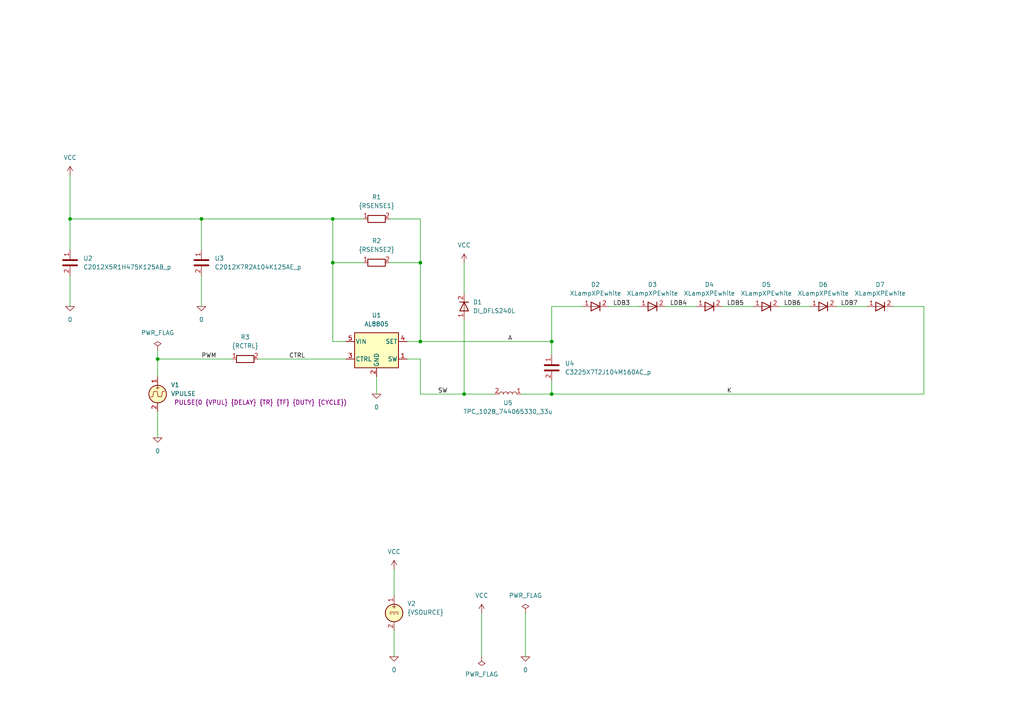
<source format=kicad_sch>
(kicad_sch
	(version 20231120)
	(generator "eeschema")
	(generator_version "8.0")
	(uuid "244ae0ac-075e-469d-8f46-9a874be805c1")
	(paper "A4")
	(title_block
		(title "High efficiency 36V/1A buck led driver. XP-E white.")
		(date "2024-07-11")
		(rev "4")
		(company "astroelectronic@")
		(comment 1 "-")
		(comment 2 "-")
		(comment 3 "-")
		(comment 4 "AE01003805")
	)
	(lib_symbols
		(symbol "AL8805:0"
			(power)
			(pin_names
				(offset 0)
			)
			(exclude_from_sim no)
			(in_bom yes)
			(on_board yes)
			(property "Reference" "#GND"
				(at 0 -2.54 0)
				(effects
					(font
						(size 1.27 1.27)
					)
					(hide yes)
				)
			)
			(property "Value" "0"
				(at 0 -1.778 0)
				(effects
					(font
						(size 1.27 1.27)
					)
				)
			)
			(property "Footprint" ""
				(at 0 0 0)
				(effects
					(font
						(size 1.27 1.27)
					)
					(hide yes)
				)
			)
			(property "Datasheet" "~"
				(at 0 0 0)
				(effects
					(font
						(size 1.27 1.27)
					)
					(hide yes)
				)
			)
			(property "Description" "0V reference potential for simulation"
				(at 0 0 0)
				(effects
					(font
						(size 1.27 1.27)
					)
					(hide yes)
				)
			)
			(property "ki_keywords" "simulation"
				(at 0 0 0)
				(effects
					(font
						(size 1.27 1.27)
					)
					(hide yes)
				)
			)
			(symbol "0_0_1"
				(polyline
					(pts
						(xy -1.27 0) (xy 0 -1.27) (xy 1.27 0) (xy -1.27 0)
					)
					(stroke
						(width 0)
						(type default)
					)
					(fill
						(type none)
					)
				)
			)
			(symbol "0_1_1"
				(pin power_in line
					(at 0 0 0)
					(length 0) hide
					(name "0"
						(effects
							(font
								(size 1.016 1.016)
							)
						)
					)
					(number "1"
						(effects
							(font
								(size 1.016 1.016)
							)
						)
					)
				)
			)
		)
		(symbol "AL8805:AL8805"
			(pin_names
				(offset 0.254)
			)
			(exclude_from_sim no)
			(in_bom yes)
			(on_board yes)
			(property "Reference" "U"
				(at -5.08 6.35 0)
				(effects
					(font
						(size 1.27 1.27)
					)
				)
			)
			(property "Value" "AL8805"
				(at 5.08 6.35 0)
				(effects
					(font
						(size 1.27 1.27)
					)
				)
			)
			(property "Footprint" "Package_TO_SOT_SMD:SOT-89-5"
				(at 1.27 -6.35 0)
				(effects
					(font
						(size 1.27 1.27)
						(italic yes)
					)
					(justify left)
					(hide yes)
				)
			)
			(property "Datasheet" "https://www.diodes.com/assets/Datasheets/products_inactive_data/AL8805.pdf"
				(at 0 -15.24 0)
				(effects
					(font
						(size 1.27 1.27)
					)
					(hide yes)
				)
			)
			(property "Description" "Constant current  LED driver, internal switch, up to 40V/1.2A, SOT-89-5"
				(at 0 0 0)
				(effects
					(font
						(size 1.27 1.27)
					)
					(hide yes)
				)
			)
			(property "ki_keywords" "Switching LED driver"
				(at 0 0 0)
				(effects
					(font
						(size 1.27 1.27)
					)
					(hide yes)
				)
			)
			(property "ki_fp_filters" "SOT?89*"
				(at 0 0 0)
				(effects
					(font
						(size 1.27 1.27)
					)
					(hide yes)
				)
			)
			(symbol "AL8805_0_1"
				(rectangle
					(start -6.35 5.08)
					(end 6.35 -5.08)
					(stroke
						(width 0.254)
						(type default)
					)
					(fill
						(type background)
					)
				)
			)
			(symbol "AL8805_1_1"
				(pin passive line
					(at 8.89 -2.54 180)
					(length 2.54)
					(name "SW"
						(effects
							(font
								(size 1.27 1.27)
							)
						)
					)
					(number "1"
						(effects
							(font
								(size 1.27 1.27)
							)
						)
					)
				)
				(pin power_in line
					(at 0 -7.62 90)
					(length 2.54)
					(name "GND"
						(effects
							(font
								(size 1.27 1.27)
							)
						)
					)
					(number "2"
						(effects
							(font
								(size 1.27 1.27)
							)
						)
					)
				)
				(pin passive line
					(at -8.89 -2.54 0)
					(length 2.54)
					(name "CTRL"
						(effects
							(font
								(size 1.27 1.27)
							)
						)
					)
					(number "3"
						(effects
							(font
								(size 1.27 1.27)
							)
						)
					)
				)
				(pin passive line
					(at 8.89 2.54 180)
					(length 2.54)
					(name "SET"
						(effects
							(font
								(size 1.27 1.27)
							)
						)
					)
					(number "4"
						(effects
							(font
								(size 1.27 1.27)
							)
						)
					)
				)
				(pin passive line
					(at -8.89 2.54 0)
					(length 2.54)
					(name "VIN"
						(effects
							(font
								(size 1.27 1.27)
							)
						)
					)
					(number "5"
						(effects
							(font
								(size 1.27 1.27)
							)
						)
					)
				)
			)
		)
		(symbol "AL8805:C"
			(pin_names
				(offset 0.254) hide)
			(exclude_from_sim no)
			(in_bom yes)
			(on_board yes)
			(property "Reference" "C"
				(at 0.635 2.54 0)
				(effects
					(font
						(size 1.27 1.27)
					)
					(justify left)
				)
			)
			(property "Value" "C"
				(at 0.635 -2.54 0)
				(effects
					(font
						(size 1.27 1.27)
					)
					(justify left)
				)
			)
			(property "Footprint" ""
				(at 0.9652 -3.81 0)
				(effects
					(font
						(size 1.27 1.27)
					)
					(hide yes)
				)
			)
			(property "Datasheet" "~"
				(at 0 0 0)
				(effects
					(font
						(size 1.27 1.27)
					)
					(hide yes)
				)
			)
			(property "Description" "Unpolarized capacitor"
				(at 0 0 0)
				(effects
					(font
						(size 1.27 1.27)
					)
					(hide yes)
				)
			)
			(property "ki_keywords" "cap capacitor"
				(at 0 0 0)
				(effects
					(font
						(size 1.27 1.27)
					)
					(hide yes)
				)
			)
			(property "ki_fp_filters" "C_*"
				(at 0 0 0)
				(effects
					(font
						(size 1.27 1.27)
					)
					(hide yes)
				)
			)
			(symbol "C_0_1"
				(polyline
					(pts
						(xy -2.032 -0.762) (xy 2.032 -0.762)
					)
					(stroke
						(width 0.508)
						(type default)
					)
					(fill
						(type none)
					)
				)
				(polyline
					(pts
						(xy -2.032 0.762) (xy 2.032 0.762)
					)
					(stroke
						(width 0.508)
						(type default)
					)
					(fill
						(type none)
					)
				)
			)
			(symbol "C_1_1"
				(pin passive line
					(at 0 3.81 270)
					(length 2.794)
					(name "~"
						(effects
							(font
								(size 1.27 1.27)
							)
						)
					)
					(number "1"
						(effects
							(font
								(size 1.27 1.27)
							)
						)
					)
				)
				(pin passive line
					(at 0 -3.81 90)
					(length 2.794)
					(name "~"
						(effects
							(font
								(size 1.27 1.27)
							)
						)
					)
					(number "2"
						(effects
							(font
								(size 1.27 1.27)
							)
						)
					)
				)
			)
		)
		(symbol "AL8805:DIODE"
			(pin_names
				(offset 1.016) hide)
			(exclude_from_sim no)
			(in_bom yes)
			(on_board yes)
			(property "Reference" "D"
				(at 0 2.54 0)
				(effects
					(font
						(size 1.27 1.27)
					)
				)
			)
			(property "Value" "${SIM.PARAMS}"
				(at 0 -2.54 0)
				(effects
					(font
						(size 1.27 1.27)
					)
				)
			)
			(property "Footprint" ""
				(at 0 0 0)
				(effects
					(font
						(size 1.27 1.27)
					)
					(hide yes)
				)
			)
			(property "Datasheet" "~"
				(at 0 0 0)
				(effects
					(font
						(size 1.27 1.27)
					)
					(hide yes)
				)
			)
			(property "Description" "Diode, anode on pin 1, for simulation only!"
				(at 0 0 0)
				(effects
					(font
						(size 1.27 1.27)
					)
					(hide yes)
				)
			)
			(property "Sim.Pins" "1=1 2=2"
				(at 0 0 0)
				(effects
					(font
						(size 1.27 1.27)
					)
					(hide yes)
				)
			)
			(property "Sim.Device" "SPICE"
				(at 0 0 0)
				(effects
					(font
						(size 1.27 1.27)
					)
					(justify left)
					(hide yes)
				)
			)
			(property "Sim.Params" "type=\"D\" model=\"DIODE\" lib=\"\""
				(at 0 0 0)
				(effects
					(font
						(size 1.27 1.27)
					)
					(hide yes)
				)
			)
			(property "Spice_Netlist_Enabled" "Y"
				(at 0 0 0)
				(effects
					(font
						(size 1.27 1.27)
					)
					(justify left)
					(hide yes)
				)
			)
			(property "ki_keywords" "simulation"
				(at 0 0 0)
				(effects
					(font
						(size 1.27 1.27)
					)
					(hide yes)
				)
			)
			(symbol "DIODE_0_1"
				(polyline
					(pts
						(xy 1.27 0) (xy -1.27 0)
					)
					(stroke
						(width 0)
						(type default)
					)
					(fill
						(type none)
					)
				)
				(polyline
					(pts
						(xy 1.27 1.27) (xy 1.27 -1.27)
					)
					(stroke
						(width 0.254)
						(type default)
					)
					(fill
						(type none)
					)
				)
				(polyline
					(pts
						(xy -1.27 -1.27) (xy -1.27 1.27) (xy 1.27 0) (xy -1.27 -1.27)
					)
					(stroke
						(width 0.254)
						(type default)
					)
					(fill
						(type none)
					)
				)
			)
			(symbol "DIODE_1_1"
				(pin passive line
					(at -3.81 0 0)
					(length 2.54)
					(name "A"
						(effects
							(font
								(size 1.27 1.27)
							)
						)
					)
					(number "1"
						(effects
							(font
								(size 1.27 1.27)
							)
						)
					)
				)
				(pin passive line
					(at 3.81 0 180)
					(length 2.54)
					(name "K"
						(effects
							(font
								(size 1.27 1.27)
							)
						)
					)
					(number "2"
						(effects
							(font
								(size 1.27 1.27)
							)
						)
					)
				)
			)
		)
		(symbol "AL8805:L"
			(pin_names
				(offset 1.016) hide)
			(exclude_from_sim no)
			(in_bom yes)
			(on_board yes)
			(property "Reference" "L"
				(at -1.27 0 90)
				(effects
					(font
						(size 1.27 1.27)
					)
				)
			)
			(property "Value" "L"
				(at 1.905 0 90)
				(effects
					(font
						(size 1.27 1.27)
					)
				)
			)
			(property "Footprint" ""
				(at 0 0 0)
				(effects
					(font
						(size 1.27 1.27)
					)
					(hide yes)
				)
			)
			(property "Datasheet" "~"
				(at 0 0 0)
				(effects
					(font
						(size 1.27 1.27)
					)
					(hide yes)
				)
			)
			(property "Description" "Inductor"
				(at 0 0 0)
				(effects
					(font
						(size 1.27 1.27)
					)
					(hide yes)
				)
			)
			(property "ki_keywords" "inductor choke coil reactor magnetic"
				(at 0 0 0)
				(effects
					(font
						(size 1.27 1.27)
					)
					(hide yes)
				)
			)
			(property "ki_fp_filters" "Choke_* *Coil* Inductor_* L_*"
				(at 0 0 0)
				(effects
					(font
						(size 1.27 1.27)
					)
					(hide yes)
				)
			)
			(symbol "L_0_1"
				(arc
					(start 0 -2.54)
					(mid 0.6323 -1.905)
					(end 0 -1.27)
					(stroke
						(width 0)
						(type default)
					)
					(fill
						(type none)
					)
				)
				(arc
					(start 0 -1.27)
					(mid 0.6323 -0.635)
					(end 0 0)
					(stroke
						(width 0)
						(type default)
					)
					(fill
						(type none)
					)
				)
				(arc
					(start 0 0)
					(mid 0.6323 0.635)
					(end 0 1.27)
					(stroke
						(width 0)
						(type default)
					)
					(fill
						(type none)
					)
				)
				(arc
					(start 0 1.27)
					(mid 0.6323 1.905)
					(end 0 2.54)
					(stroke
						(width 0)
						(type default)
					)
					(fill
						(type none)
					)
				)
			)
			(symbol "L_1_1"
				(pin passive line
					(at 0 3.81 270)
					(length 1.27)
					(name "1"
						(effects
							(font
								(size 1.27 1.27)
							)
						)
					)
					(number "1"
						(effects
							(font
								(size 1.27 1.27)
							)
						)
					)
				)
				(pin passive line
					(at 0 -3.81 90)
					(length 1.27)
					(name "2"
						(effects
							(font
								(size 1.27 1.27)
							)
						)
					)
					(number "2"
						(effects
							(font
								(size 1.27 1.27)
							)
						)
					)
				)
			)
		)
		(symbol "AL8805:PWR_FLAG"
			(power)
			(pin_numbers hide)
			(pin_names
				(offset 0) hide)
			(exclude_from_sim no)
			(in_bom yes)
			(on_board yes)
			(property "Reference" "#FLG"
				(at 0 1.905 0)
				(effects
					(font
						(size 1.27 1.27)
					)
					(hide yes)
				)
			)
			(property "Value" "PWR_FLAG"
				(at 0 3.81 0)
				(effects
					(font
						(size 1.27 1.27)
					)
				)
			)
			(property "Footprint" ""
				(at 0 0 0)
				(effects
					(font
						(size 1.27 1.27)
					)
					(hide yes)
				)
			)
			(property "Datasheet" "~"
				(at 0 0 0)
				(effects
					(font
						(size 1.27 1.27)
					)
					(hide yes)
				)
			)
			(property "Description" "Special symbol for telling ERC where power comes from"
				(at 0 0 0)
				(effects
					(font
						(size 1.27 1.27)
					)
					(hide yes)
				)
			)
			(property "ki_keywords" "flag power"
				(at 0 0 0)
				(effects
					(font
						(size 1.27 1.27)
					)
					(hide yes)
				)
			)
			(symbol "PWR_FLAG_0_0"
				(pin power_out line
					(at 0 0 90)
					(length 0)
					(name "pwr"
						(effects
							(font
								(size 1.27 1.27)
							)
						)
					)
					(number "1"
						(effects
							(font
								(size 1.27 1.27)
							)
						)
					)
				)
			)
			(symbol "PWR_FLAG_0_1"
				(polyline
					(pts
						(xy 0 0) (xy 0 1.27) (xy -1.016 1.905) (xy 0 2.54) (xy 1.016 1.905) (xy 0 1.27)
					)
					(stroke
						(width 0)
						(type default)
					)
					(fill
						(type none)
					)
				)
			)
		)
		(symbol "AL8805:R"
			(pin_names
				(offset 0) hide)
			(exclude_from_sim no)
			(in_bom yes)
			(on_board yes)
			(property "Reference" "R"
				(at 2.032 0 90)
				(effects
					(font
						(size 1.27 1.27)
					)
				)
			)
			(property "Value" "R"
				(at 0 0 90)
				(effects
					(font
						(size 1.27 1.27)
					)
				)
			)
			(property "Footprint" ""
				(at -1.778 0 90)
				(effects
					(font
						(size 1.27 1.27)
					)
					(hide yes)
				)
			)
			(property "Datasheet" "~"
				(at 0 0 0)
				(effects
					(font
						(size 1.27 1.27)
					)
					(hide yes)
				)
			)
			(property "Description" "Resistor"
				(at 0 0 0)
				(effects
					(font
						(size 1.27 1.27)
					)
					(hide yes)
				)
			)
			(property "ki_keywords" "R res resistor"
				(at 0 0 0)
				(effects
					(font
						(size 1.27 1.27)
					)
					(hide yes)
				)
			)
			(property "ki_fp_filters" "R_*"
				(at 0 0 0)
				(effects
					(font
						(size 1.27 1.27)
					)
					(hide yes)
				)
			)
			(symbol "R_0_1"
				(rectangle
					(start -1.016 -2.54)
					(end 1.016 2.54)
					(stroke
						(width 0.254)
						(type default)
					)
					(fill
						(type none)
					)
				)
			)
			(symbol "R_1_1"
				(pin passive line
					(at 0 3.81 270)
					(length 1.27)
					(name "~"
						(effects
							(font
								(size 1.27 1.27)
							)
						)
					)
					(number "1"
						(effects
							(font
								(size 1.27 1.27)
							)
						)
					)
				)
				(pin passive line
					(at 0 -3.81 90)
					(length 1.27)
					(name "~"
						(effects
							(font
								(size 1.27 1.27)
							)
						)
					)
					(number "2"
						(effects
							(font
								(size 1.27 1.27)
							)
						)
					)
				)
			)
		)
		(symbol "AL8805:VCC"
			(power)
			(pin_names
				(offset 0)
			)
			(exclude_from_sim no)
			(in_bom yes)
			(on_board yes)
			(property "Reference" "#PWR"
				(at 0 -3.81 0)
				(effects
					(font
						(size 1.27 1.27)
					)
					(hide yes)
				)
			)
			(property "Value" "VCC"
				(at 0 3.81 0)
				(effects
					(font
						(size 1.27 1.27)
					)
				)
			)
			(property "Footprint" ""
				(at 0 0 0)
				(effects
					(font
						(size 1.27 1.27)
					)
					(hide yes)
				)
			)
			(property "Datasheet" ""
				(at 0 0 0)
				(effects
					(font
						(size 1.27 1.27)
					)
					(hide yes)
				)
			)
			(property "Description" "Power symbol creates a global label with name \"VCC\""
				(at 0 0 0)
				(effects
					(font
						(size 1.27 1.27)
					)
					(hide yes)
				)
			)
			(property "ki_keywords" "global power"
				(at 0 0 0)
				(effects
					(font
						(size 1.27 1.27)
					)
					(hide yes)
				)
			)
			(symbol "VCC_0_1"
				(polyline
					(pts
						(xy -0.762 1.27) (xy 0 2.54)
					)
					(stroke
						(width 0)
						(type default)
					)
					(fill
						(type none)
					)
				)
				(polyline
					(pts
						(xy 0 0) (xy 0 2.54)
					)
					(stroke
						(width 0)
						(type default)
					)
					(fill
						(type none)
					)
				)
				(polyline
					(pts
						(xy 0 2.54) (xy 0.762 1.27)
					)
					(stroke
						(width 0)
						(type default)
					)
					(fill
						(type none)
					)
				)
			)
			(symbol "VCC_1_1"
				(pin power_in line
					(at 0 0 90)
					(length 0) hide
					(name "VCC"
						(effects
							(font
								(size 1.27 1.27)
							)
						)
					)
					(number "1"
						(effects
							(font
								(size 1.27 1.27)
							)
						)
					)
				)
			)
		)
		(symbol "AL8805:VDC"
			(pin_names
				(offset 0.0254)
			)
			(exclude_from_sim no)
			(in_bom yes)
			(on_board yes)
			(property "Reference" "V"
				(at 2.54 2.54 0)
				(effects
					(font
						(size 1.27 1.27)
					)
					(justify left)
				)
			)
			(property "Value" "1"
				(at 2.54 0 0)
				(effects
					(font
						(size 1.27 1.27)
					)
					(justify left)
				)
			)
			(property "Footprint" ""
				(at 0 0 0)
				(effects
					(font
						(size 1.27 1.27)
					)
					(hide yes)
				)
			)
			(property "Datasheet" "~"
				(at 0 0 0)
				(effects
					(font
						(size 1.27 1.27)
					)
					(hide yes)
				)
			)
			(property "Description" "Voltage source, DC"
				(at 0 0 0)
				(effects
					(font
						(size 1.27 1.27)
					)
					(hide yes)
				)
			)
			(property "Sim.Pins" "1=+ 2=-"
				(at 0 0 0)
				(effects
					(font
						(size 1.27 1.27)
					)
					(hide yes)
				)
			)
			(property "Sim.Type" "DC"
				(at 0 0 0)
				(effects
					(font
						(size 1.27 1.27)
					)
					(hide yes)
				)
			)
			(property "Sim.Device" "V"
				(at 0 0 0)
				(effects
					(font
						(size 1.27 1.27)
					)
					(justify left)
					(hide yes)
				)
			)
			(property "Spice_Netlist_Enabled" "Y"
				(at 0 0 0)
				(effects
					(font
						(size 1.27 1.27)
					)
					(justify left)
					(hide yes)
				)
			)
			(property "ki_keywords" "simulation"
				(at 0 0 0)
				(effects
					(font
						(size 1.27 1.27)
					)
					(hide yes)
				)
			)
			(symbol "VDC_0_0"
				(polyline
					(pts
						(xy -1.27 0.254) (xy 1.27 0.254)
					)
					(stroke
						(width 0)
						(type default)
					)
					(fill
						(type none)
					)
				)
				(polyline
					(pts
						(xy -0.762 -0.254) (xy -1.27 -0.254)
					)
					(stroke
						(width 0)
						(type default)
					)
					(fill
						(type none)
					)
				)
				(polyline
					(pts
						(xy 0.254 -0.254) (xy -0.254 -0.254)
					)
					(stroke
						(width 0)
						(type default)
					)
					(fill
						(type none)
					)
				)
				(polyline
					(pts
						(xy 1.27 -0.254) (xy 0.762 -0.254)
					)
					(stroke
						(width 0)
						(type default)
					)
					(fill
						(type none)
					)
				)
				(text "+"
					(at 0 1.905 0)
					(effects
						(font
							(size 1.27 1.27)
						)
					)
				)
			)
			(symbol "VDC_0_1"
				(circle
					(center 0 0)
					(radius 2.54)
					(stroke
						(width 0.254)
						(type default)
					)
					(fill
						(type background)
					)
				)
			)
			(symbol "VDC_1_1"
				(pin passive line
					(at 0 5.08 270)
					(length 2.54)
					(name "~"
						(effects
							(font
								(size 1.27 1.27)
							)
						)
					)
					(number "1"
						(effects
							(font
								(size 1.27 1.27)
							)
						)
					)
				)
				(pin passive line
					(at 0 -5.08 90)
					(length 2.54)
					(name "~"
						(effects
							(font
								(size 1.27 1.27)
							)
						)
					)
					(number "2"
						(effects
							(font
								(size 1.27 1.27)
							)
						)
					)
				)
			)
		)
		(symbol "AL8805:VPULSE"
			(pin_names
				(offset 0.0254) hide)
			(exclude_from_sim no)
			(in_bom yes)
			(on_board yes)
			(property "Reference" "V"
				(at 2.54 2.54 0)
				(effects
					(font
						(size 1.27 1.27)
					)
					(justify left)
				)
			)
			(property "Value" "VPULSE"
				(at 2.54 0 0)
				(effects
					(font
						(size 1.27 1.27)
					)
					(justify left)
				)
			)
			(property "Footprint" ""
				(at 0 0 0)
				(effects
					(font
						(size 1.27 1.27)
					)
					(hide yes)
				)
			)
			(property "Datasheet" "~"
				(at 0 0 0)
				(effects
					(font
						(size 1.27 1.27)
					)
					(hide yes)
				)
			)
			(property "Description" "Voltage source, pulse"
				(at 0 0 0)
				(effects
					(font
						(size 1.27 1.27)
					)
					(hide yes)
				)
			)
			(property "Sim.Pins" "1=+ 2=-"
				(at 0 0 0)
				(effects
					(font
						(size 1.27 1.27)
					)
					(hide yes)
				)
			)
			(property "Sim.Type" "PULSE"
				(at 0 0 0)
				(effects
					(font
						(size 1.27 1.27)
					)
					(hide yes)
				)
			)
			(property "Sim.Device" "V"
				(at 0 0 0)
				(effects
					(font
						(size 1.27 1.27)
					)
					(justify left)
					(hide yes)
				)
			)
			(property "Sim.Params" "y1=0 y2=1 td=2n tr=2n tf=2n tw=50n per=100n"
				(at 2.54 -2.54 0)
				(effects
					(font
						(size 1.27 1.27)
					)
					(justify left)
				)
			)
			(property "Spice_Netlist_Enabled" "Y"
				(at 0 0 0)
				(effects
					(font
						(size 1.27 1.27)
					)
					(justify left)
					(hide yes)
				)
			)
			(property "ki_keywords" "simulation"
				(at 0 0 0)
				(effects
					(font
						(size 1.27 1.27)
					)
					(hide yes)
				)
			)
			(symbol "VPULSE_0_0"
				(polyline
					(pts
						(xy -2.032 -0.762) (xy -1.397 -0.762) (xy -1.143 0.762) (xy -0.127 0.762) (xy 0.127 -0.762) (xy 1.143 -0.762)
						(xy 1.397 0.762) (xy 2.032 0.762)
					)
					(stroke
						(width 0)
						(type default)
					)
					(fill
						(type none)
					)
				)
				(text "+"
					(at 0 1.905 0)
					(effects
						(font
							(size 1.27 1.27)
						)
					)
				)
			)
			(symbol "VPULSE_0_1"
				(circle
					(center 0 0)
					(radius 2.54)
					(stroke
						(width 0.254)
						(type default)
					)
					(fill
						(type background)
					)
				)
			)
			(symbol "VPULSE_1_1"
				(pin passive line
					(at 0 5.08 270)
					(length 2.54)
					(name "~"
						(effects
							(font
								(size 1.27 1.27)
							)
						)
					)
					(number "1"
						(effects
							(font
								(size 1.27 1.27)
							)
						)
					)
				)
				(pin passive line
					(at 0 -5.08 90)
					(length 2.54)
					(name "~"
						(effects
							(font
								(size 1.27 1.27)
							)
						)
					)
					(number "2"
						(effects
							(font
								(size 1.27 1.27)
							)
						)
					)
				)
			)
		)
		(symbol "C_1"
			(pin_names
				(offset 0.254) hide)
			(exclude_from_sim no)
			(in_bom yes)
			(on_board yes)
			(property "Reference" "C"
				(at 0.635 2.54 0)
				(effects
					(font
						(size 1.27 1.27)
					)
					(justify left)
				)
			)
			(property "Value" "C_1"
				(at 0.635 -2.54 0)
				(effects
					(font
						(size 1.27 1.27)
					)
					(justify left)
				)
			)
			(property "Footprint" ""
				(at 0.9652 -3.81 0)
				(effects
					(font
						(size 1.27 1.27)
					)
					(hide yes)
				)
			)
			(property "Datasheet" "~"
				(at 0 0 0)
				(effects
					(font
						(size 1.27 1.27)
					)
					(hide yes)
				)
			)
			(property "Description" "Unpolarized capacitor"
				(at 0 0 0)
				(effects
					(font
						(size 1.27 1.27)
					)
					(hide yes)
				)
			)
			(property "ki_keywords" "cap capacitor"
				(at 0 0 0)
				(effects
					(font
						(size 1.27 1.27)
					)
					(hide yes)
				)
			)
			(property "ki_fp_filters" "C_*"
				(at 0 0 0)
				(effects
					(font
						(size 1.27 1.27)
					)
					(hide yes)
				)
			)
			(symbol "C_1_0_1"
				(polyline
					(pts
						(xy -2.032 -0.762) (xy 2.032 -0.762)
					)
					(stroke
						(width 0.508)
						(type default)
					)
					(fill
						(type none)
					)
				)
				(polyline
					(pts
						(xy -2.032 0.762) (xy 2.032 0.762)
					)
					(stroke
						(width 0.508)
						(type default)
					)
					(fill
						(type none)
					)
				)
			)
			(symbol "C_1_1_1"
				(pin passive line
					(at 0 3.81 270)
					(length 2.794)
					(name "~"
						(effects
							(font
								(size 1.27 1.27)
							)
						)
					)
					(number "1"
						(effects
							(font
								(size 1.27 1.27)
							)
						)
					)
				)
				(pin passive line
					(at 0 -3.81 90)
					(length 2.794)
					(name "~"
						(effects
							(font
								(size 1.27 1.27)
							)
						)
					)
					(number "2"
						(effects
							(font
								(size 1.27 1.27)
							)
						)
					)
				)
			)
		)
		(symbol "C_2"
			(pin_names
				(offset 0.254) hide)
			(exclude_from_sim no)
			(in_bom yes)
			(on_board yes)
			(property "Reference" "C"
				(at 0.635 2.54 0)
				(effects
					(font
						(size 1.27 1.27)
					)
					(justify left)
				)
			)
			(property "Value" "C_2"
				(at 0.635 -2.54 0)
				(effects
					(font
						(size 1.27 1.27)
					)
					(justify left)
				)
			)
			(property "Footprint" ""
				(at 0.9652 -3.81 0)
				(effects
					(font
						(size 1.27 1.27)
					)
					(hide yes)
				)
			)
			(property "Datasheet" "~"
				(at 0 0 0)
				(effects
					(font
						(size 1.27 1.27)
					)
					(hide yes)
				)
			)
			(property "Description" "Unpolarized capacitor"
				(at 0 0 0)
				(effects
					(font
						(size 1.27 1.27)
					)
					(hide yes)
				)
			)
			(property "ki_keywords" "cap capacitor"
				(at 0 0 0)
				(effects
					(font
						(size 1.27 1.27)
					)
					(hide yes)
				)
			)
			(property "ki_fp_filters" "C_*"
				(at 0 0 0)
				(effects
					(font
						(size 1.27 1.27)
					)
					(hide yes)
				)
			)
			(symbol "C_2_0_1"
				(polyline
					(pts
						(xy -2.032 -0.762) (xy 2.032 -0.762)
					)
					(stroke
						(width 0.508)
						(type default)
					)
					(fill
						(type none)
					)
				)
				(polyline
					(pts
						(xy -2.032 0.762) (xy 2.032 0.762)
					)
					(stroke
						(width 0.508)
						(type default)
					)
					(fill
						(type none)
					)
				)
			)
			(symbol "C_2_1_1"
				(pin passive line
					(at 0 3.81 270)
					(length 2.794)
					(name "~"
						(effects
							(font
								(size 1.27 1.27)
							)
						)
					)
					(number "1"
						(effects
							(font
								(size 1.27 1.27)
							)
						)
					)
				)
				(pin passive line
					(at 0 -3.81 90)
					(length 2.794)
					(name "~"
						(effects
							(font
								(size 1.27 1.27)
							)
						)
					)
					(number "2"
						(effects
							(font
								(size 1.27 1.27)
							)
						)
					)
				)
			)
		)
		(symbol "R_1"
			(pin_names
				(offset 0) hide)
			(exclude_from_sim no)
			(in_bom yes)
			(on_board yes)
			(property "Reference" "R"
				(at 2.032 0 90)
				(effects
					(font
						(size 1.27 1.27)
					)
				)
			)
			(property "Value" "R_1"
				(at 0 0 90)
				(effects
					(font
						(size 1.27 1.27)
					)
				)
			)
			(property "Footprint" ""
				(at -1.778 0 90)
				(effects
					(font
						(size 1.27 1.27)
					)
					(hide yes)
				)
			)
			(property "Datasheet" "~"
				(at 0 0 0)
				(effects
					(font
						(size 1.27 1.27)
					)
					(hide yes)
				)
			)
			(property "Description" "Resistor"
				(at 0 0 0)
				(effects
					(font
						(size 1.27 1.27)
					)
					(hide yes)
				)
			)
			(property "ki_keywords" "R res resistor"
				(at 0 0 0)
				(effects
					(font
						(size 1.27 1.27)
					)
					(hide yes)
				)
			)
			(property "ki_fp_filters" "R_*"
				(at 0 0 0)
				(effects
					(font
						(size 1.27 1.27)
					)
					(hide yes)
				)
			)
			(symbol "R_1_0_1"
				(rectangle
					(start -1.016 -2.54)
					(end 1.016 2.54)
					(stroke
						(width 0.254)
						(type default)
					)
					(fill
						(type none)
					)
				)
			)
			(symbol "R_1_1_1"
				(pin passive line
					(at 0 3.81 270)
					(length 1.27)
					(name "~"
						(effects
							(font
								(size 1.27 1.27)
							)
						)
					)
					(number "1"
						(effects
							(font
								(size 1.27 1.27)
							)
						)
					)
				)
				(pin passive line
					(at 0 -3.81 90)
					(length 1.27)
					(name "~"
						(effects
							(font
								(size 1.27 1.27)
							)
						)
					)
					(number "2"
						(effects
							(font
								(size 1.27 1.27)
							)
						)
					)
				)
			)
		)
		(symbol "R_2"
			(pin_names
				(offset 0) hide)
			(exclude_from_sim no)
			(in_bom yes)
			(on_board yes)
			(property "Reference" "R"
				(at 2.032 0 90)
				(effects
					(font
						(size 1.27 1.27)
					)
				)
			)
			(property "Value" "R_2"
				(at 0 0 90)
				(effects
					(font
						(size 1.27 1.27)
					)
				)
			)
			(property "Footprint" ""
				(at -1.778 0 90)
				(effects
					(font
						(size 1.27 1.27)
					)
					(hide yes)
				)
			)
			(property "Datasheet" "~"
				(at 0 0 0)
				(effects
					(font
						(size 1.27 1.27)
					)
					(hide yes)
				)
			)
			(property "Description" "Resistor"
				(at 0 0 0)
				(effects
					(font
						(size 1.27 1.27)
					)
					(hide yes)
				)
			)
			(property "ki_keywords" "R res resistor"
				(at 0 0 0)
				(effects
					(font
						(size 1.27 1.27)
					)
					(hide yes)
				)
			)
			(property "ki_fp_filters" "R_*"
				(at 0 0 0)
				(effects
					(font
						(size 1.27 1.27)
					)
					(hide yes)
				)
			)
			(symbol "R_2_0_1"
				(rectangle
					(start -1.016 -2.54)
					(end 1.016 2.54)
					(stroke
						(width 0.254)
						(type default)
					)
					(fill
						(type none)
					)
				)
			)
			(symbol "R_2_1_1"
				(pin passive line
					(at 0 3.81 270)
					(length 1.27)
					(name "~"
						(effects
							(font
								(size 1.27 1.27)
							)
						)
					)
					(number "1"
						(effects
							(font
								(size 1.27 1.27)
							)
						)
					)
				)
				(pin passive line
					(at 0 -3.81 90)
					(length 1.27)
					(name "~"
						(effects
							(font
								(size 1.27 1.27)
							)
						)
					)
					(number "2"
						(effects
							(font
								(size 1.27 1.27)
							)
						)
					)
				)
			)
		)
	)
	(junction
		(at 58.42 63.5)
		(diameter 0)
		(color 0 0 0 0)
		(uuid "021ad581-bfe1-4f2c-a043-dc783413eddc")
	)
	(junction
		(at 20.32 63.5)
		(diameter 0)
		(color 0 0 0 0)
		(uuid "168e370b-8e8f-4d77-9f78-7c59b4b1d7d1")
	)
	(junction
		(at 134.62 114.3)
		(diameter 0)
		(color 0 0 0 0)
		(uuid "97a9322c-c719-4fa2-b087-e0296589810d")
	)
	(junction
		(at 121.92 99.06)
		(diameter 0)
		(color 0 0 0 0)
		(uuid "a1278c37-8b41-43aa-8d78-9d5445827647")
	)
	(junction
		(at 160.02 114.3)
		(diameter 0)
		(color 0 0 0 0)
		(uuid "a2c8bb26-9b3c-46b8-8114-d8dfa0ed7cd2")
	)
	(junction
		(at 45.72 104.14)
		(diameter 0)
		(color 0 0 0 0)
		(uuid "a61fea71-4793-44c3-9e50-bcd603af9b06")
	)
	(junction
		(at 121.92 76.2)
		(diameter 0)
		(color 0 0 0 0)
		(uuid "b8c69e57-ef3d-489f-baf7-6becb50618c2")
	)
	(junction
		(at 160.02 99.06)
		(diameter 0)
		(color 0 0 0 0)
		(uuid "c557911c-5ee5-435e-b04a-508b321478dd")
	)
	(junction
		(at 96.52 63.5)
		(diameter 0)
		(color 0 0 0 0)
		(uuid "d1f0b821-1aac-422e-b137-a38526192b5c")
	)
	(junction
		(at 96.52 76.2)
		(diameter 0)
		(color 0 0 0 0)
		(uuid "e5a9238f-d204-4063-b2c2-b19b96e79781")
	)
	(wire
		(pts
			(xy 121.92 76.2) (xy 113.03 76.2)
		)
		(stroke
			(width 0)
			(type default)
		)
		(uuid "01c7e703-32dd-490c-ab27-ef28c4a8f987")
	)
	(wire
		(pts
			(xy 160.02 99.06) (xy 160.02 88.9)
		)
		(stroke
			(width 0)
			(type default)
		)
		(uuid "07e9ed99-5315-4f11-88f8-3b0e77b62a09")
	)
	(wire
		(pts
			(xy 267.97 88.9) (xy 267.97 114.3)
		)
		(stroke
			(width 0)
			(type default)
		)
		(uuid "0a58816b-15f8-4c9e-9fee-468e874eee26")
	)
	(wire
		(pts
			(xy 151.13 114.3) (xy 160.02 114.3)
		)
		(stroke
			(width 0)
			(type default)
		)
		(uuid "0aa8e3b0-d0fa-4450-95b4-568e3f7b024d")
	)
	(wire
		(pts
			(xy 152.4 177.8) (xy 152.4 190.5)
		)
		(stroke
			(width 0)
			(type default)
		)
		(uuid "0f720556-4d91-446a-8c28-ddebdeaba64a")
	)
	(wire
		(pts
			(xy 121.92 63.5) (xy 121.92 76.2)
		)
		(stroke
			(width 0)
			(type default)
		)
		(uuid "11b85482-d407-46d2-a0f4-c6c60a2ae39d")
	)
	(wire
		(pts
			(xy 20.32 63.5) (xy 20.32 72.39)
		)
		(stroke
			(width 0)
			(type default)
		)
		(uuid "2018f8e2-47e6-40ef-804a-941edea97886")
	)
	(wire
		(pts
			(xy 109.22 109.22) (xy 109.22 114.3)
		)
		(stroke
			(width 0)
			(type default)
		)
		(uuid "20e3603a-e89c-48aa-9f6e-77620c03d598")
	)
	(wire
		(pts
			(xy 20.32 50.8) (xy 20.32 63.5)
		)
		(stroke
			(width 0)
			(type default)
		)
		(uuid "2dfe437d-9ab4-4326-a69c-036821b7fc85")
	)
	(wire
		(pts
			(xy 58.42 63.5) (xy 96.52 63.5)
		)
		(stroke
			(width 0)
			(type default)
		)
		(uuid "2f417abd-ca4e-4ba2-b68d-cc53bfb478e9")
	)
	(wire
		(pts
			(xy 121.92 99.06) (xy 121.92 76.2)
		)
		(stroke
			(width 0)
			(type default)
		)
		(uuid "3431784f-484c-4f01-b32e-545b7b2e3c51")
	)
	(wire
		(pts
			(xy 96.52 99.06) (xy 96.52 76.2)
		)
		(stroke
			(width 0)
			(type default)
		)
		(uuid "429d9ea5-3da2-4c1b-8e1a-25dc7344d03b")
	)
	(wire
		(pts
			(xy 20.32 80.01) (xy 20.32 88.9)
		)
		(stroke
			(width 0)
			(type default)
		)
		(uuid "4a3fd225-4a2f-4a6d-b982-33280ab9804a")
	)
	(wire
		(pts
			(xy 160.02 99.06) (xy 160.02 102.87)
		)
		(stroke
			(width 0)
			(type default)
		)
		(uuid "4db8a0b0-3529-48d5-85c8-d1f3b4d660e1")
	)
	(wire
		(pts
			(xy 176.53 88.9) (xy 185.42 88.9)
		)
		(stroke
			(width 0)
			(type default)
		)
		(uuid "566dabce-d024-4f0f-8905-7e2b2afc2136")
	)
	(wire
		(pts
			(xy 134.62 92.71) (xy 134.62 114.3)
		)
		(stroke
			(width 0)
			(type default)
		)
		(uuid "58efe5d2-0977-477f-85dc-a2b9e758ee43")
	)
	(wire
		(pts
			(xy 242.57 88.9) (xy 251.46 88.9)
		)
		(stroke
			(width 0)
			(type default)
		)
		(uuid "59ad06bc-aafc-4d85-81ef-484074afa205")
	)
	(wire
		(pts
			(xy 193.04 88.9) (xy 201.93 88.9)
		)
		(stroke
			(width 0)
			(type default)
		)
		(uuid "5ce2ecab-f88d-412e-bc7f-92d69f522b95")
	)
	(wire
		(pts
			(xy 160.02 88.9) (xy 168.91 88.9)
		)
		(stroke
			(width 0)
			(type default)
		)
		(uuid "650f20fc-eab0-4be3-9f5d-fd1322775259")
	)
	(wire
		(pts
			(xy 160.02 110.49) (xy 160.02 114.3)
		)
		(stroke
			(width 0)
			(type default)
		)
		(uuid "6a432b4a-0a63-4dac-a6e5-9e35a3606e04")
	)
	(wire
		(pts
			(xy 209.55 88.9) (xy 218.44 88.9)
		)
		(stroke
			(width 0)
			(type default)
		)
		(uuid "7f1a2c45-d0db-4db3-9119-381f91f73046")
	)
	(wire
		(pts
			(xy 134.62 114.3) (xy 121.92 114.3)
		)
		(stroke
			(width 0)
			(type default)
		)
		(uuid "84692b50-df54-44db-961e-86b6db8c68ab")
	)
	(wire
		(pts
			(xy 45.72 119.38) (xy 45.72 127)
		)
		(stroke
			(width 0)
			(type default)
		)
		(uuid "8c8fc981-26f1-4f1d-8e2e-b00228f9e98e")
	)
	(wire
		(pts
			(xy 121.92 104.14) (xy 118.11 104.14)
		)
		(stroke
			(width 0)
			(type default)
		)
		(uuid "9055bbb4-7f1d-4906-8399-b9aaa7b16843")
	)
	(wire
		(pts
			(xy 58.42 63.5) (xy 58.42 72.39)
		)
		(stroke
			(width 0)
			(type default)
		)
		(uuid "9381057f-4fa5-4c63-bc33-8004d543fd66")
	)
	(wire
		(pts
			(xy 58.42 80.01) (xy 58.42 88.9)
		)
		(stroke
			(width 0)
			(type default)
		)
		(uuid "98782699-00a9-4a56-bad3-3d0bb34b2ab9")
	)
	(wire
		(pts
			(xy 139.7 177.8) (xy 139.7 190.5)
		)
		(stroke
			(width 0)
			(type default)
		)
		(uuid "98f199e7-4847-4ad3-a02d-664b932fbcaf")
	)
	(wire
		(pts
			(xy 96.52 76.2) (xy 96.52 63.5)
		)
		(stroke
			(width 0)
			(type default)
		)
		(uuid "9a02c457-c4de-47c2-9914-acf7cc8db995")
	)
	(wire
		(pts
			(xy 259.08 88.9) (xy 267.97 88.9)
		)
		(stroke
			(width 0)
			(type default)
		)
		(uuid "a09c138d-5a19-4f50-b909-6fc9b05fddbb")
	)
	(wire
		(pts
			(xy 74.93 104.14) (xy 100.33 104.14)
		)
		(stroke
			(width 0)
			(type default)
		)
		(uuid "a715a9bb-12c4-4c87-b92c-6d2e71049932")
	)
	(wire
		(pts
			(xy 121.92 99.06) (xy 160.02 99.06)
		)
		(stroke
			(width 0)
			(type default)
		)
		(uuid "b05dcea4-e955-4e79-ab94-acc34da4655e")
	)
	(wire
		(pts
			(xy 20.32 63.5) (xy 58.42 63.5)
		)
		(stroke
			(width 0)
			(type default)
		)
		(uuid "b836bfbf-e229-4302-8975-7148666660cf")
	)
	(wire
		(pts
			(xy 160.02 114.3) (xy 267.97 114.3)
		)
		(stroke
			(width 0)
			(type default)
		)
		(uuid "b865479a-a893-48e9-b72a-b9f7b6fdac94")
	)
	(wire
		(pts
			(xy 114.3 165.1) (xy 114.3 172.72)
		)
		(stroke
			(width 0)
			(type default)
		)
		(uuid "c12ab2d4-fb4d-4698-96b2-844f7f724fdc")
	)
	(wire
		(pts
			(xy 45.72 101.6) (xy 45.72 104.14)
		)
		(stroke
			(width 0)
			(type default)
		)
		(uuid "c463476e-3700-42c0-a9c6-e0e51d046484")
	)
	(wire
		(pts
			(xy 114.3 182.88) (xy 114.3 190.5)
		)
		(stroke
			(width 0)
			(type default)
		)
		(uuid "cddb09ad-8454-4df7-a7c0-3fac569efff4")
	)
	(wire
		(pts
			(xy 121.92 114.3) (xy 121.92 104.14)
		)
		(stroke
			(width 0)
			(type default)
		)
		(uuid "cf761663-9b18-4a39-a02a-b4fd1a6f66dd")
	)
	(wire
		(pts
			(xy 118.11 99.06) (xy 121.92 99.06)
		)
		(stroke
			(width 0)
			(type default)
		)
		(uuid "cf8c3d9b-3791-4147-8b99-dd7df4fcceb4")
	)
	(wire
		(pts
			(xy 45.72 104.14) (xy 45.72 109.22)
		)
		(stroke
			(width 0)
			(type default)
		)
		(uuid "d144cba8-856d-48c3-befd-2048f5da42a3")
	)
	(wire
		(pts
			(xy 100.33 99.06) (xy 96.52 99.06)
		)
		(stroke
			(width 0)
			(type default)
		)
		(uuid "d310fbb3-5e94-4b84-8b7a-434754fe3e03")
	)
	(wire
		(pts
			(xy 134.62 76.2) (xy 134.62 85.09)
		)
		(stroke
			(width 0)
			(type default)
		)
		(uuid "db72849d-a21e-4579-b31d-6f3973a624cf")
	)
	(wire
		(pts
			(xy 113.03 63.5) (xy 121.92 63.5)
		)
		(stroke
			(width 0)
			(type default)
		)
		(uuid "dfe63220-f817-496c-ba42-6406e8a976d4")
	)
	(wire
		(pts
			(xy 96.52 76.2) (xy 105.41 76.2)
		)
		(stroke
			(width 0)
			(type default)
		)
		(uuid "e3abc711-54c8-49bf-8e03-2641cc29e517")
	)
	(wire
		(pts
			(xy 226.06 88.9) (xy 234.95 88.9)
		)
		(stroke
			(width 0)
			(type default)
		)
		(uuid "eae7b86e-41a4-4cb6-a1ec-1bb81272ddfc")
	)
	(wire
		(pts
			(xy 96.52 63.5) (xy 105.41 63.5)
		)
		(stroke
			(width 0)
			(type default)
		)
		(uuid "ed5d763c-ca94-4903-904c-2872607513a1")
	)
	(wire
		(pts
			(xy 143.51 114.3) (xy 134.62 114.3)
		)
		(stroke
			(width 0)
			(type default)
		)
		(uuid "f42cc41d-4577-47ff-a9c0-3d2dd16ea611")
	)
	(wire
		(pts
			(xy 45.72 104.14) (xy 67.31 104.14)
		)
		(stroke
			(width 0)
			(type default)
		)
		(uuid "f8e1bae4-574a-4e0f-8cb9-ac6fed2d0785")
	)
	(label "LDB6"
		(at 227.33 88.9 0)
		(fields_autoplaced yes)
		(effects
			(font
				(size 1.27 1.27)
			)
			(justify left bottom)
		)
		(uuid "05997a88-8bc2-44b1-9925-267f3368d2e7")
	)
	(label "LDB5"
		(at 210.82 88.9 0)
		(fields_autoplaced yes)
		(effects
			(font
				(size 1.27 1.27)
			)
			(justify left bottom)
		)
		(uuid "0b0ff971-8471-44ea-8add-3428a10c095c")
	)
	(label "A"
		(at 147.32 99.06 0)
		(fields_autoplaced yes)
		(effects
			(font
				(size 1.27 1.27)
			)
			(justify left bottom)
		)
		(uuid "33a8350a-50ef-401c-b514-9546b11682a2")
	)
	(label "CTRL"
		(at 83.82 104.14 0)
		(fields_autoplaced yes)
		(effects
			(font
				(size 1.27 1.27)
			)
			(justify left bottom)
		)
		(uuid "61fdd1aa-c46f-4792-9337-ec6468c796d2")
	)
	(label "LDB7"
		(at 243.84 88.9 0)
		(fields_autoplaced yes)
		(effects
			(font
				(size 1.27 1.27)
			)
			(justify left bottom)
		)
		(uuid "ac6191ac-cbee-407a-bc75-300e5d7b2360")
	)
	(label "SW"
		(at 127 114.3 0)
		(fields_autoplaced yes)
		(effects
			(font
				(size 1.27 1.27)
			)
			(justify left bottom)
		)
		(uuid "c14d4edd-d852-471c-a41f-9a1fdad9bde7")
	)
	(label "PWM"
		(at 58.42 104.14 0)
		(fields_autoplaced yes)
		(effects
			(font
				(size 1.27 1.27)
			)
			(justify left bottom)
		)
		(uuid "c17961a0-101f-4516-97b9-917fc5fdefe0")
	)
	(label "LDB3"
		(at 177.8 88.9 0)
		(fields_autoplaced yes)
		(effects
			(font
				(size 1.27 1.27)
			)
			(justify left bottom)
		)
		(uuid "da598309-b685-4bc6-8d8c-89778b17554a")
	)
	(label "K"
		(at 210.82 114.3 0)
		(fields_autoplaced yes)
		(effects
			(font
				(size 1.27 1.27)
			)
			(justify left bottom)
		)
		(uuid "de7f6e92-dc18-42e8-a048-ca4e68bd2b26")
	)
	(label "LDB4"
		(at 194.31 88.9 0)
		(fields_autoplaced yes)
		(effects
			(font
				(size 1.27 1.27)
			)
			(justify left bottom)
		)
		(uuid "e2918ab3-6ad8-4bfd-a789-d7b9b6fb1d63")
	)
	(symbol
		(lib_id "AL8805:PWR_FLAG")
		(at 152.4 177.8 0)
		(unit 1)
		(exclude_from_sim no)
		(in_bom yes)
		(on_board yes)
		(dnp no)
		(fields_autoplaced yes)
		(uuid "06fb4c7b-7ab1-4358-8085-3d10a23ea1ef")
		(property "Reference" "#FLG0102"
			(at 152.4 175.895 0)
			(effects
				(font
					(size 1.27 1.27)
				)
				(hide yes)
			)
		)
		(property "Value" "PWR_FLAG"
			(at 152.4 172.72 0)
			(effects
				(font
					(size 1.27 1.27)
				)
			)
		)
		(property "Footprint" ""
			(at 152.4 177.8 0)
			(effects
				(font
					(size 1.27 1.27)
				)
				(hide yes)
			)
		)
		(property "Datasheet" "~"
			(at 152.4 177.8 0)
			(effects
				(font
					(size 1.27 1.27)
				)
				(hide yes)
			)
		)
		(property "Description" ""
			(at 152.4 177.8 0)
			(effects
				(font
					(size 1.27 1.27)
				)
				(hide yes)
			)
		)
		(pin "1"
			(uuid "127715b0-0324-491f-8437-5fa7c5842b99")
		)
		(instances
			(project ""
				(path "/244ae0ac-075e-469d-8f46-9a874be805c1"
					(reference "#FLG0102")
					(unit 1)
				)
			)
		)
	)
	(symbol
		(lib_id "AL8805:AL8805")
		(at 109.22 101.6 0)
		(unit 1)
		(exclude_from_sim no)
		(in_bom yes)
		(on_board yes)
		(dnp no)
		(fields_autoplaced yes)
		(uuid "0f53fe1b-4b5c-462b-93a6-317316791394")
		(property "Reference" "U1"
			(at 109.22 91.44 0)
			(effects
				(font
					(size 1.27 1.27)
				)
			)
		)
		(property "Value" "AL8805"
			(at 109.22 93.98 0)
			(effects
				(font
					(size 1.27 1.27)
				)
			)
		)
		(property "Footprint" "Package_TO_SOT_SMD:SOT-89-5"
			(at 110.49 107.95 0)
			(effects
				(font
					(size 1.27 1.27)
					(italic yes)
				)
				(justify left)
				(hide yes)
			)
		)
		(property "Datasheet" "https://www.diodes.com/assets/Datasheets/products_inactive_data/AL8805.pdf"
			(at 109.22 116.84 0)
			(effects
				(font
					(size 1.27 1.27)
				)
				(hide yes)
			)
		)
		(property "Description" ""
			(at 109.22 101.6 0)
			(effects
				(font
					(size 1.27 1.27)
				)
				(hide yes)
			)
		)
		(property "Sim.Device" "SUBCKT"
			(at 109.22 101.6 0)
			(effects
				(font
					(size 1.27 1.27)
				)
				(hide yes)
			)
		)
		(property "Sim.Pins" "1=1 2=2 3=3 4=4 5=5"
			(at -17.78 0 0)
			(effects
				(font
					(size 1.27 1.27)
				)
				(hide yes)
			)
		)
		(property "Sim.Library" "C:\\AE\\AL8805\\_models\\AL8805.spice.txt"
			(at 109.22 101.6 0)
			(effects
				(font
					(size 1.27 1.27)
				)
				(hide yes)
			)
		)
		(property "Sim.Name" "AL8805"
			(at 109.22 101.6 0)
			(effects
				(font
					(size 1.27 1.27)
				)
				(hide yes)
			)
		)
		(pin "1"
			(uuid "28fbfded-c83e-4eb8-9d1a-3a58ba399f14")
		)
		(pin "2"
			(uuid "ea6360cf-3b64-4cc5-a768-073f4a251382")
		)
		(pin "3"
			(uuid "fabfe2b2-1007-47dc-86a7-e1a6ef190dce")
		)
		(pin "4"
			(uuid "fff11711-f832-408c-9565-4a8a9b6c4512")
		)
		(pin "5"
			(uuid "deba6c50-d0c9-4dda-97cb-b74a5666486a")
		)
		(instances
			(project ""
				(path "/244ae0ac-075e-469d-8f46-9a874be805c1"
					(reference "U1")
					(unit 1)
				)
			)
		)
	)
	(symbol
		(lib_id "AL8805:C")
		(at 160.02 106.68 0)
		(unit 1)
		(exclude_from_sim no)
		(in_bom yes)
		(on_board yes)
		(dnp no)
		(fields_autoplaced yes)
		(uuid "32e9a412-b5b3-42fa-b6d0-46d408af01e7")
		(property "Reference" "U4"
			(at 163.83 105.4099 0)
			(effects
				(font
					(size 1.27 1.27)
				)
				(justify left)
			)
		)
		(property "Value" "C3225X7T2J104M160AC_p"
			(at 163.83 107.9499 0)
			(effects
				(font
					(size 1.27 1.27)
				)
				(justify left)
			)
		)
		(property "Footprint" ""
			(at 160.9852 110.49 0)
			(effects
				(font
					(size 1.27 1.27)
				)
				(hide yes)
			)
		)
		(property "Datasheet" "~"
			(at 160.02 106.68 0)
			(effects
				(font
					(size 1.27 1.27)
				)
				(hide yes)
			)
		)
		(property "Description" ""
			(at 160.02 106.68 0)
			(effects
				(font
					(size 1.27 1.27)
				)
				(hide yes)
			)
		)
		(property "Sim.Device" "SUBCKT"
			(at 160.02 106.68 0)
			(effects
				(font
					(size 1.27 1.27)
				)
				(hide yes)
			)
		)
		(property "Sim.Pins" "1=n1 2=n2"
			(at -17.78 0 0)
			(effects
				(font
					(size 1.27 1.27)
				)
				(hide yes)
			)
		)
		(property "Sim.Library" "C:\\AE\\AL8805\\_models\\C3225X7T2J104M160AC_p.mod"
			(at 160.02 106.68 0)
			(effects
				(font
					(size 1.27 1.27)
				)
				(hide yes)
			)
		)
		(property "Sim.Name" "C3225X7T2J104M160AC_p"
			(at 160.02 106.68 0)
			(effects
				(font
					(size 1.27 1.27)
				)
				(hide yes)
			)
		)
		(pin "1"
			(uuid "f3156327-bf18-4357-9087-d7491a1db581")
		)
		(pin "2"
			(uuid "fef02ac8-25c7-4177-9a92-3e4a87912d32")
		)
		(instances
			(project ""
				(path "/244ae0ac-075e-469d-8f46-9a874be805c1"
					(reference "U4")
					(unit 1)
				)
			)
		)
	)
	(symbol
		(lib_id "AL8805:PWR_FLAG")
		(at 139.7 190.5 180)
		(unit 1)
		(exclude_from_sim no)
		(in_bom yes)
		(on_board yes)
		(dnp no)
		(fields_autoplaced yes)
		(uuid "3ab8d3da-b078-472a-a1ab-7029e77e7c10")
		(property "Reference" "#FLG0103"
			(at 139.7 192.405 0)
			(effects
				(font
					(size 1.27 1.27)
				)
				(hide yes)
			)
		)
		(property "Value" "PWR_FLAG"
			(at 139.7 195.58 0)
			(effects
				(font
					(size 1.27 1.27)
				)
			)
		)
		(property "Footprint" ""
			(at 139.7 190.5 0)
			(effects
				(font
					(size 1.27 1.27)
				)
				(hide yes)
			)
		)
		(property "Datasheet" "~"
			(at 139.7 190.5 0)
			(effects
				(font
					(size 1.27 1.27)
				)
				(hide yes)
			)
		)
		(property "Description" ""
			(at 139.7 190.5 0)
			(effects
				(font
					(size 1.27 1.27)
				)
				(hide yes)
			)
		)
		(pin "1"
			(uuid "8f2095f1-21a1-42fa-9ee7-5029d3ad03cf")
		)
		(instances
			(project ""
				(path "/244ae0ac-075e-469d-8f46-9a874be805c1"
					(reference "#FLG0103")
					(unit 1)
				)
			)
		)
	)
	(symbol
		(lib_name "C_2")
		(lib_id "AL8805:C_2")
		(at 58.42 76.2 0)
		(unit 1)
		(exclude_from_sim no)
		(in_bom yes)
		(on_board yes)
		(dnp no)
		(fields_autoplaced yes)
		(uuid "3fc23945-ca3f-423b-9778-465f78aa2f71")
		(property "Reference" "U3"
			(at 62.23 74.9299 0)
			(effects
				(font
					(size 1.27 1.27)
				)
				(justify left)
			)
		)
		(property "Value" "C2012X7R2A104K125AE_p"
			(at 62.23 77.4699 0)
			(effects
				(font
					(size 1.27 1.27)
				)
				(justify left)
			)
		)
		(property "Footprint" ""
			(at 59.3852 80.01 0)
			(effects
				(font
					(size 1.27 1.27)
				)
				(hide yes)
			)
		)
		(property "Datasheet" "~"
			(at 58.42 76.2 0)
			(effects
				(font
					(size 1.27 1.27)
				)
				(hide yes)
			)
		)
		(property "Description" ""
			(at 58.42 76.2 0)
			(effects
				(font
					(size 1.27 1.27)
				)
				(hide yes)
			)
		)
		(property "Sim.Device" "SUBCKT"
			(at 58.42 76.2 0)
			(effects
				(font
					(size 1.27 1.27)
				)
				(hide yes)
			)
		)
		(property "Sim.Pins" "1=n1 2=n2"
			(at -17.78 0 0)
			(effects
				(font
					(size 1.27 1.27)
				)
				(hide yes)
			)
		)
		(property "Sim.Library" "C:\\AE\\AL8805\\_models\\C2012X7R2A104K125AE_p.mod"
			(at 58.42 76.2 0)
			(effects
				(font
					(size 1.27 1.27)
				)
				(hide yes)
			)
		)
		(property "Sim.Name" "C2012X7R2A104K125AE_p"
			(at 58.42 76.2 0)
			(effects
				(font
					(size 1.27 1.27)
				)
				(hide yes)
			)
		)
		(pin "1"
			(uuid "b802797a-051d-4948-9482-d90c9f735b8f")
		)
		(pin "2"
			(uuid "236c6ccd-ab24-469e-8788-0d5d488e20ab")
		)
		(instances
			(project ""
				(path "/244ae0ac-075e-469d-8f46-9a874be805c1"
					(reference "U3")
					(unit 1)
				)
			)
		)
	)
	(symbol
		(lib_name "R_2")
		(lib_id "AL8805:R_2")
		(at 109.22 63.5 90)
		(unit 1)
		(exclude_from_sim no)
		(in_bom yes)
		(on_board yes)
		(dnp no)
		(fields_autoplaced yes)
		(uuid "546edc5f-f8f0-4939-8444-7369b84112dc")
		(property "Reference" "R1"
			(at 109.22 57.15 90)
			(effects
				(font
					(size 1.27 1.27)
				)
			)
		)
		(property "Value" "{RSENSE1}"
			(at 109.22 59.69 90)
			(effects
				(font
					(size 1.27 1.27)
				)
			)
		)
		(property "Footprint" ""
			(at 109.22 65.278 90)
			(effects
				(font
					(size 1.27 1.27)
				)
				(hide yes)
			)
		)
		(property "Datasheet" "~"
			(at 109.22 63.5 0)
			(effects
				(font
					(size 1.27 1.27)
				)
				(hide yes)
			)
		)
		(property "Description" ""
			(at 109.22 63.5 0)
			(effects
				(font
					(size 1.27 1.27)
				)
				(hide yes)
			)
		)
		(pin "1"
			(uuid "f750f51b-f688-45a8-9375-d8d76fb6c39d")
		)
		(pin "2"
			(uuid "610594b3-48ac-4066-a7b7-d7ea39e3d81f")
		)
		(instances
			(project ""
				(path "/244ae0ac-075e-469d-8f46-9a874be805c1"
					(reference "R1")
					(unit 1)
				)
			)
		)
	)
	(symbol
		(lib_id "AL8805:0")
		(at 114.3 190.5 0)
		(unit 1)
		(exclude_from_sim no)
		(in_bom yes)
		(on_board yes)
		(dnp no)
		(fields_autoplaced yes)
		(uuid "5474405e-c07f-4e44-8fef-b7bfa4e1701b")
		(property "Reference" "#GND0104"
			(at 114.3 193.04 0)
			(effects
				(font
					(size 1.27 1.27)
				)
				(hide yes)
			)
		)
		(property "Value" "0"
			(at 114.3 194.31 0)
			(effects
				(font
					(size 1.27 1.27)
				)
			)
		)
		(property "Footprint" ""
			(at 114.3 190.5 0)
			(effects
				(font
					(size 1.27 1.27)
				)
				(hide yes)
			)
		)
		(property "Datasheet" "~"
			(at 114.3 190.5 0)
			(effects
				(font
					(size 1.27 1.27)
				)
				(hide yes)
			)
		)
		(property "Description" ""
			(at 114.3 190.5 0)
			(effects
				(font
					(size 1.27 1.27)
				)
				(hide yes)
			)
		)
		(pin "1"
			(uuid "32cdee9a-0ac6-410c-a68d-3b54eaec5dad")
		)
		(instances
			(project ""
				(path "/244ae0ac-075e-469d-8f46-9a874be805c1"
					(reference "#GND0104")
					(unit 1)
				)
			)
		)
	)
	(symbol
		(lib_id "AL8805:DIODE")
		(at 134.62 88.9 90)
		(unit 1)
		(exclude_from_sim no)
		(in_bom yes)
		(on_board yes)
		(dnp no)
		(fields_autoplaced yes)
		(uuid "60312d4c-f26b-4034-8204-dd68dd042dec")
		(property "Reference" "D1"
			(at 137.16 87.6299 90)
			(effects
				(font
					(size 1.27 1.27)
				)
				(justify right)
			)
		)
		(property "Value" "DI_DFLS240L"
			(at 137.16 90.1699 90)
			(effects
				(font
					(size 1.27 1.27)
				)
				(justify right)
			)
		)
		(property "Footprint" ""
			(at 134.62 88.9 0)
			(effects
				(font
					(size 1.27 1.27)
				)
				(hide yes)
			)
		)
		(property "Datasheet" "~"
			(at 134.62 88.9 0)
			(effects
				(font
					(size 1.27 1.27)
				)
				(hide yes)
			)
		)
		(property "Description" ""
			(at 134.62 88.9 0)
			(effects
				(font
					(size 1.27 1.27)
				)
				(hide yes)
			)
		)
		(property "Sim.Device" "D"
			(at 134.62 88.9 0)
			(effects
				(font
					(size 1.27 1.27)
				)
				(justify left)
				(hide yes)
			)
		)
		(property "Sim.Pins" "1=A 2=K"
			(at -17.78 0 0)
			(effects
				(font
					(size 1.27 1.27)
				)
				(hide yes)
			)
		)
		(property "Sim.Library" "C:\\AE\\AL8805\\_models\\DFLS240L.spice.txt"
			(at 134.62 88.9 0)
			(effects
				(font
					(size 1.27 1.27)
				)
				(hide yes)
			)
		)
		(property "Sim.Name" "DI_DFLS240L"
			(at 134.62 88.9 0)
			(effects
				(font
					(size 1.27 1.27)
				)
				(hide yes)
			)
		)
		(pin "1"
			(uuid "9edc38f8-d470-4e45-8ceb-81e66fe02292")
		)
		(pin "2"
			(uuid "c8fdfc78-f655-4cf1-884e-e67a74bd5cb1")
		)
		(instances
			(project ""
				(path "/244ae0ac-075e-469d-8f46-9a874be805c1"
					(reference "D1")
					(unit 1)
				)
			)
		)
	)
	(symbol
		(lib_id "AL8805:0")
		(at 20.32 88.9 0)
		(unit 1)
		(exclude_from_sim no)
		(in_bom yes)
		(on_board yes)
		(dnp no)
		(fields_autoplaced yes)
		(uuid "681c709d-c685-4ef6-9039-f8922e02003d")
		(property "Reference" "#GND0103"
			(at 20.32 91.44 0)
			(effects
				(font
					(size 1.27 1.27)
				)
				(hide yes)
			)
		)
		(property "Value" "0"
			(at 20.32 92.71 0)
			(effects
				(font
					(size 1.27 1.27)
				)
			)
		)
		(property "Footprint" ""
			(at 20.32 88.9 0)
			(effects
				(font
					(size 1.27 1.27)
				)
				(hide yes)
			)
		)
		(property "Datasheet" "~"
			(at 20.32 88.9 0)
			(effects
				(font
					(size 1.27 1.27)
				)
				(hide yes)
			)
		)
		(property "Description" ""
			(at 20.32 88.9 0)
			(effects
				(font
					(size 1.27 1.27)
				)
				(hide yes)
			)
		)
		(pin "1"
			(uuid "fcd3251c-e88c-4d6c-ab81-aeffde2115a3")
		)
		(instances
			(project ""
				(path "/244ae0ac-075e-469d-8f46-9a874be805c1"
					(reference "#GND0103")
					(unit 1)
				)
			)
		)
	)
	(symbol
		(lib_id "AL8805:DIODE")
		(at 205.74 88.9 0)
		(unit 1)
		(exclude_from_sim no)
		(in_bom yes)
		(on_board yes)
		(dnp no)
		(fields_autoplaced yes)
		(uuid "6f6b62d6-f080-4ff7-b368-f5e5d8919fb3")
		(property "Reference" "D4"
			(at 205.74 82.55 0)
			(effects
				(font
					(size 1.27 1.27)
				)
			)
		)
		(property "Value" "XLampXPEwhite"
			(at 205.74 85.09 0)
			(effects
				(font
					(size 1.27 1.27)
				)
			)
		)
		(property "Footprint" ""
			(at 205.74 88.9 0)
			(effects
				(font
					(size 1.27 1.27)
				)
				(hide yes)
			)
		)
		(property "Datasheet" "~"
			(at 205.74 88.9 0)
			(effects
				(font
					(size 1.27 1.27)
				)
				(hide yes)
			)
		)
		(property "Description" "Diode, anode on pin 1, for simulation only!"
			(at 205.74 88.9 0)
			(effects
				(font
					(size 1.27 1.27)
				)
				(hide yes)
			)
		)
		(property "Sim.Pins" "1=A 2=K"
			(at 205.74 88.9 0)
			(effects
				(font
					(size 1.27 1.27)
				)
				(hide yes)
			)
		)
		(property "Sim.Device" "D"
			(at 205.74 88.9 0)
			(effects
				(font
					(size 1.27 1.27)
				)
				(justify left)
				(hide yes)
			)
		)
		(property "Sim.Library" "C:\\AE\\AL8805\\_models\\XPE_SPICE.lib"
			(at 205.74 88.9 0)
			(effects
				(font
					(size 1.27 1.27)
				)
				(hide yes)
			)
		)
		(property "Sim.Name" "XLampXPEwhite"
			(at 205.74 88.9 0)
			(effects
				(font
					(size 1.27 1.27)
				)
				(hide yes)
			)
		)
		(pin "1"
			(uuid "308dfdd8-3377-4a55-a126-4d96c792fe2f")
		)
		(pin "2"
			(uuid "45406ba5-8281-4f0c-b5ed-936f8bbd25fc")
		)
		(instances
			(project "AL8805_XPE_WHITE"
				(path "/244ae0ac-075e-469d-8f46-9a874be805c1"
					(reference "D4")
					(unit 1)
				)
			)
		)
	)
	(symbol
		(lib_id "AL8805:DIODE")
		(at 222.25 88.9 0)
		(unit 1)
		(exclude_from_sim no)
		(in_bom yes)
		(on_board yes)
		(dnp no)
		(fields_autoplaced yes)
		(uuid "73a54b89-80cb-4267-92c4-350af2c7b04f")
		(property "Reference" "D5"
			(at 222.25 82.55 0)
			(effects
				(font
					(size 1.27 1.27)
				)
			)
		)
		(property "Value" "XLampXPEwhite"
			(at 222.25 85.09 0)
			(effects
				(font
					(size 1.27 1.27)
				)
			)
		)
		(property "Footprint" ""
			(at 222.25 88.9 0)
			(effects
				(font
					(size 1.27 1.27)
				)
				(hide yes)
			)
		)
		(property "Datasheet" "~"
			(at 222.25 88.9 0)
			(effects
				(font
					(size 1.27 1.27)
				)
				(hide yes)
			)
		)
		(property "Description" "Diode, anode on pin 1, for simulation only!"
			(at 222.25 88.9 0)
			(effects
				(font
					(size 1.27 1.27)
				)
				(hide yes)
			)
		)
		(property "Sim.Pins" "1=A 2=K"
			(at 222.25 88.9 0)
			(effects
				(font
					(size 1.27 1.27)
				)
				(hide yes)
			)
		)
		(property "Sim.Device" "D"
			(at 222.25 88.9 0)
			(effects
				(font
					(size 1.27 1.27)
				)
				(justify left)
				(hide yes)
			)
		)
		(property "Sim.Library" "C:\\AE\\AL8805\\_models\\XPE_SPICE.lib"
			(at 222.25 88.9 0)
			(effects
				(font
					(size 1.27 1.27)
				)
				(hide yes)
			)
		)
		(property "Sim.Name" "XLampXPEwhite"
			(at 222.25 88.9 0)
			(effects
				(font
					(size 1.27 1.27)
				)
				(hide yes)
			)
		)
		(pin "1"
			(uuid "eaec7036-900a-45d9-bb5a-b2c052c524c3")
		)
		(pin "2"
			(uuid "b0ffd1d3-37c6-44d0-9320-08f4e6af06a8")
		)
		(instances
			(project "AL8805_XPE_WHITE"
				(path "/244ae0ac-075e-469d-8f46-9a874be805c1"
					(reference "D5")
					(unit 1)
				)
			)
		)
	)
	(symbol
		(lib_id "AL8805:VDC")
		(at 114.3 177.8 0)
		(unit 1)
		(exclude_from_sim no)
		(in_bom yes)
		(on_board yes)
		(dnp no)
		(fields_autoplaced yes)
		(uuid "9725aecb-42dd-4621-ad63-79eb4dc1c6dc")
		(property "Reference" "V2"
			(at 118.11 175.0701 0)
			(effects
				(font
					(size 1.27 1.27)
				)
				(justify left)
			)
		)
		(property "Value" "{VSOURCE}"
			(at 118.11 177.6101 0)
			(effects
				(font
					(size 1.27 1.27)
				)
				(justify left)
			)
		)
		(property "Footprint" ""
			(at 114.3 177.8 0)
			(effects
				(font
					(size 1.27 1.27)
				)
				(hide yes)
			)
		)
		(property "Datasheet" "~"
			(at 114.3 177.8 0)
			(effects
				(font
					(size 1.27 1.27)
				)
				(hide yes)
			)
		)
		(property "Description" ""
			(at 114.3 177.8 0)
			(effects
				(font
					(size 1.27 1.27)
				)
				(hide yes)
			)
		)
		(property "Sim.Device" "SPICE"
			(at 114.3 177.8 0)
			(effects
				(font
					(size 1.27 1.27)
				)
				(justify left)
				(hide yes)
			)
		)
		(property "Sim.Params" "type=\"V\" model=\"{VSOURCE}\" lib=\"\""
			(at 0 0 0)
			(effects
				(font
					(size 1.27 1.27)
				)
				(hide yes)
			)
		)
		(property "Sim.Pins" "1=1 2=2"
			(at 0 0 0)
			(effects
				(font
					(size 1.27 1.27)
				)
				(hide yes)
			)
		)
		(pin "1"
			(uuid "d2607282-4b7a-4b88-8283-a1e9ff49cdd5")
		)
		(pin "2"
			(uuid "32758e67-70d0-465b-936c-46df0b3fcdeb")
		)
		(instances
			(project ""
				(path "/244ae0ac-075e-469d-8f46-9a874be805c1"
					(reference "V2")
					(unit 1)
				)
			)
		)
	)
	(symbol
		(lib_name "R_1")
		(lib_id "AL8805:R_1")
		(at 71.12 104.14 90)
		(unit 1)
		(exclude_from_sim no)
		(in_bom yes)
		(on_board yes)
		(dnp no)
		(fields_autoplaced yes)
		(uuid "ae54ecd1-267d-4833-82e1-d40ee342af7d")
		(property "Reference" "R3"
			(at 71.12 97.79 90)
			(effects
				(font
					(size 1.27 1.27)
				)
			)
		)
		(property "Value" "{RCTRL}"
			(at 71.12 100.33 90)
			(effects
				(font
					(size 1.27 1.27)
				)
			)
		)
		(property "Footprint" ""
			(at 71.12 105.918 90)
			(effects
				(font
					(size 1.27 1.27)
				)
				(hide yes)
			)
		)
		(property "Datasheet" "~"
			(at 71.12 104.14 0)
			(effects
				(font
					(size 1.27 1.27)
				)
				(hide yes)
			)
		)
		(property "Description" ""
			(at 71.12 104.14 0)
			(effects
				(font
					(size 1.27 1.27)
				)
				(hide yes)
			)
		)
		(pin "1"
			(uuid "41f9d274-80c9-4d61-a265-7d65bbf9f8aa")
		)
		(pin "2"
			(uuid "5b51e065-211e-48dd-bebe-2aa84c8a34d5")
		)
		(instances
			(project ""
				(path "/244ae0ac-075e-469d-8f46-9a874be805c1"
					(reference "R3")
					(unit 1)
				)
			)
		)
	)
	(symbol
		(lib_id "AL8805:PWR_FLAG")
		(at 45.72 101.6 0)
		(unit 1)
		(exclude_from_sim no)
		(in_bom yes)
		(on_board yes)
		(dnp no)
		(fields_autoplaced yes)
		(uuid "b59d3b0e-9a3f-4451-bad9-3ff51eeee660")
		(property "Reference" "#FLG0101"
			(at 45.72 99.695 0)
			(effects
				(font
					(size 1.27 1.27)
				)
				(hide yes)
			)
		)
		(property "Value" "PWR_FLAG"
			(at 45.72 96.52 0)
			(effects
				(font
					(size 1.27 1.27)
				)
			)
		)
		(property "Footprint" ""
			(at 45.72 101.6 0)
			(effects
				(font
					(size 1.27 1.27)
				)
				(hide yes)
			)
		)
		(property "Datasheet" "~"
			(at 45.72 101.6 0)
			(effects
				(font
					(size 1.27 1.27)
				)
				(hide yes)
			)
		)
		(property "Description" ""
			(at 45.72 101.6 0)
			(effects
				(font
					(size 1.27 1.27)
				)
				(hide yes)
			)
		)
		(pin "1"
			(uuid "ccd84615-5e3f-40ff-8a0f-04722d830b61")
		)
		(instances
			(project ""
				(path "/244ae0ac-075e-469d-8f46-9a874be805c1"
					(reference "#FLG0101")
					(unit 1)
				)
			)
		)
	)
	(symbol
		(lib_id "AL8805:DIODE")
		(at 255.27 88.9 0)
		(unit 1)
		(exclude_from_sim no)
		(in_bom yes)
		(on_board yes)
		(dnp no)
		(fields_autoplaced yes)
		(uuid "bc40a95f-ec3c-456b-9ff1-3e7594f729ac")
		(property "Reference" "D7"
			(at 255.27 82.55 0)
			(effects
				(font
					(size 1.27 1.27)
				)
			)
		)
		(property "Value" "XLampXPEwhite"
			(at 255.27 85.09 0)
			(effects
				(font
					(size 1.27 1.27)
				)
			)
		)
		(property "Footprint" ""
			(at 255.27 88.9 0)
			(effects
				(font
					(size 1.27 1.27)
				)
				(hide yes)
			)
		)
		(property "Datasheet" "~"
			(at 255.27 88.9 0)
			(effects
				(font
					(size 1.27 1.27)
				)
				(hide yes)
			)
		)
		(property "Description" "Diode, anode on pin 1, for simulation only!"
			(at 255.27 88.9 0)
			(effects
				(font
					(size 1.27 1.27)
				)
				(hide yes)
			)
		)
		(property "Sim.Pins" "1=A 2=K"
			(at 255.27 88.9 0)
			(effects
				(font
					(size 1.27 1.27)
				)
				(hide yes)
			)
		)
		(property "Sim.Device" "D"
			(at 255.27 88.9 0)
			(effects
				(font
					(size 1.27 1.27)
				)
				(justify left)
				(hide yes)
			)
		)
		(property "Sim.Library" "C:\\AE\\AL8805\\_models\\XPE_SPICE.lib"
			(at 255.27 88.9 0)
			(effects
				(font
					(size 1.27 1.27)
				)
				(hide yes)
			)
		)
		(property "Sim.Name" "XLampXPEwhite"
			(at 255.27 88.9 0)
			(effects
				(font
					(size 1.27 1.27)
				)
				(hide yes)
			)
		)
		(pin "1"
			(uuid "4f42bb54-8038-46e8-ac60-2f5e0d3e79af")
		)
		(pin "2"
			(uuid "0911af9e-6e4e-491a-9321-f983a6214d46")
		)
		(instances
			(project "AL8805_XPE_WHITE"
				(path "/244ae0ac-075e-469d-8f46-9a874be805c1"
					(reference "D7")
					(unit 1)
				)
			)
		)
	)
	(symbol
		(lib_id "AL8805:0")
		(at 109.22 114.3 0)
		(unit 1)
		(exclude_from_sim no)
		(in_bom yes)
		(on_board yes)
		(dnp no)
		(fields_autoplaced yes)
		(uuid "be2ecbaa-5e0c-44c6-9616-7c5ff1353a8c")
		(property "Reference" "#GND0105"
			(at 109.22 116.84 0)
			(effects
				(font
					(size 1.27 1.27)
				)
				(hide yes)
			)
		)
		(property "Value" "0"
			(at 109.22 118.11 0)
			(effects
				(font
					(size 1.27 1.27)
				)
			)
		)
		(property "Footprint" ""
			(at 109.22 114.3 0)
			(effects
				(font
					(size 1.27 1.27)
				)
				(hide yes)
			)
		)
		(property "Datasheet" "~"
			(at 109.22 114.3 0)
			(effects
				(font
					(size 1.27 1.27)
				)
				(hide yes)
			)
		)
		(property "Description" ""
			(at 109.22 114.3 0)
			(effects
				(font
					(size 1.27 1.27)
				)
				(hide yes)
			)
		)
		(pin "1"
			(uuid "1b8909b2-348a-42da-a770-34e09020d69f")
		)
		(instances
			(project ""
				(path "/244ae0ac-075e-469d-8f46-9a874be805c1"
					(reference "#GND0105")
					(unit 1)
				)
			)
		)
	)
	(symbol
		(lib_id "AL8805:VCC")
		(at 134.62 76.2 0)
		(unit 1)
		(exclude_from_sim no)
		(in_bom yes)
		(on_board yes)
		(dnp no)
		(fields_autoplaced yes)
		(uuid "c27de60c-b31a-4b21-a31d-37aca84147a5")
		(property "Reference" "#PWR0101"
			(at 134.62 80.01 0)
			(effects
				(font
					(size 1.27 1.27)
				)
				(hide yes)
			)
		)
		(property "Value" "VCC"
			(at 134.62 71.12 0)
			(effects
				(font
					(size 1.27 1.27)
				)
			)
		)
		(property "Footprint" ""
			(at 134.62 76.2 0)
			(effects
				(font
					(size 1.27 1.27)
				)
				(hide yes)
			)
		)
		(property "Datasheet" ""
			(at 134.62 76.2 0)
			(effects
				(font
					(size 1.27 1.27)
				)
				(hide yes)
			)
		)
		(property "Description" ""
			(at 134.62 76.2 0)
			(effects
				(font
					(size 1.27 1.27)
				)
				(hide yes)
			)
		)
		(pin "1"
			(uuid "3f2defa9-b0d1-4b83-8ee3-0f30734c8de1")
		)
		(instances
			(project ""
				(path "/244ae0ac-075e-469d-8f46-9a874be805c1"
					(reference "#PWR0101")
					(unit 1)
				)
			)
		)
	)
	(symbol
		(lib_id "AL8805:R")
		(at 109.22 76.2 90)
		(unit 1)
		(exclude_from_sim no)
		(in_bom yes)
		(on_board yes)
		(dnp no)
		(fields_autoplaced yes)
		(uuid "d430da57-b8ce-46c0-a237-4c5a98a1adc6")
		(property "Reference" "R2"
			(at 109.22 69.85 90)
			(effects
				(font
					(size 1.27 1.27)
				)
			)
		)
		(property "Value" "{RSENSE2}"
			(at 109.22 72.39 90)
			(effects
				(font
					(size 1.27 1.27)
				)
			)
		)
		(property "Footprint" ""
			(at 109.22 77.978 90)
			(effects
				(font
					(size 1.27 1.27)
				)
				(hide yes)
			)
		)
		(property "Datasheet" "~"
			(at 109.22 76.2 0)
			(effects
				(font
					(size 1.27 1.27)
				)
				(hide yes)
			)
		)
		(property "Description" ""
			(at 109.22 76.2 0)
			(effects
				(font
					(size 1.27 1.27)
				)
				(hide yes)
			)
		)
		(pin "1"
			(uuid "d670e0c5-b510-4edc-845f-703531e17dc8")
		)
		(pin "2"
			(uuid "64606d45-e54c-4b3d-bed7-f7dae0fdbbb8")
		)
		(instances
			(project ""
				(path "/244ae0ac-075e-469d-8f46-9a874be805c1"
					(reference "R2")
					(unit 1)
				)
			)
		)
	)
	(symbol
		(lib_id "AL8805:0")
		(at 45.72 127 0)
		(unit 1)
		(exclude_from_sim no)
		(in_bom yes)
		(on_board yes)
		(dnp no)
		(fields_autoplaced yes)
		(uuid "d5f76812-5c63-4bf7-bad5-41b3d2789fa8")
		(property "Reference" "#GND0101"
			(at 45.72 129.54 0)
			(effects
				(font
					(size 1.27 1.27)
				)
				(hide yes)
			)
		)
		(property "Value" "0"
			(at 45.72 130.81 0)
			(effects
				(font
					(size 1.27 1.27)
				)
			)
		)
		(property "Footprint" ""
			(at 45.72 127 0)
			(effects
				(font
					(size 1.27 1.27)
				)
				(hide yes)
			)
		)
		(property "Datasheet" "~"
			(at 45.72 127 0)
			(effects
				(font
					(size 1.27 1.27)
				)
				(hide yes)
			)
		)
		(property "Description" ""
			(at 45.72 127 0)
			(effects
				(font
					(size 1.27 1.27)
				)
				(hide yes)
			)
		)
		(pin "1"
			(uuid "ff34a238-c6e6-44fd-9a54-065c98d56990")
		)
		(instances
			(project ""
				(path "/244ae0ac-075e-469d-8f46-9a874be805c1"
					(reference "#GND0101")
					(unit 1)
				)
			)
		)
	)
	(symbol
		(lib_id "AL8805:DIODE")
		(at 172.72 88.9 0)
		(unit 1)
		(exclude_from_sim no)
		(in_bom yes)
		(on_board yes)
		(dnp no)
		(fields_autoplaced yes)
		(uuid "d6d527bd-2272-40e9-b322-cf401fe78091")
		(property "Reference" "D2"
			(at 172.72 82.55 0)
			(effects
				(font
					(size 1.27 1.27)
				)
			)
		)
		(property "Value" "XLampXPEwhite"
			(at 172.72 85.09 0)
			(effects
				(font
					(size 1.27 1.27)
				)
			)
		)
		(property "Footprint" ""
			(at 172.72 88.9 0)
			(effects
				(font
					(size 1.27 1.27)
				)
				(hide yes)
			)
		)
		(property "Datasheet" "~"
			(at 172.72 88.9 0)
			(effects
				(font
					(size 1.27 1.27)
				)
				(hide yes)
			)
		)
		(property "Description" "Diode, anode on pin 1, for simulation only!"
			(at 172.72 88.9 0)
			(effects
				(font
					(size 1.27 1.27)
				)
				(hide yes)
			)
		)
		(property "Sim.Pins" "1=A 2=K"
			(at 172.72 88.9 0)
			(effects
				(font
					(size 1.27 1.27)
				)
				(hide yes)
			)
		)
		(property "Sim.Device" "D"
			(at 172.72 88.9 0)
			(effects
				(font
					(size 1.27 1.27)
				)
				(justify left)
				(hide yes)
			)
		)
		(property "Sim.Library" "C:\\AE\\AL8805\\_models\\XPE_SPICE.lib"
			(at 172.72 88.9 0)
			(effects
				(font
					(size 1.27 1.27)
				)
				(hide yes)
			)
		)
		(property "Sim.Name" "XLampXPEwhite"
			(at 172.72 88.9 0)
			(effects
				(font
					(size 1.27 1.27)
				)
				(hide yes)
			)
		)
		(pin "1"
			(uuid "2c3d7289-61da-4f17-850d-268cd47db6cc")
		)
		(pin "2"
			(uuid "f021a866-f459-4304-9a69-eabef3207d82")
		)
		(instances
			(project ""
				(path "/244ae0ac-075e-469d-8f46-9a874be805c1"
					(reference "D2")
					(unit 1)
				)
			)
		)
	)
	(symbol
		(lib_id "AL8805:DIODE")
		(at 189.23 88.9 0)
		(unit 1)
		(exclude_from_sim no)
		(in_bom yes)
		(on_board yes)
		(dnp no)
		(fields_autoplaced yes)
		(uuid "d91a6d94-b761-493d-9889-3c8e2e85e29c")
		(property "Reference" "D3"
			(at 189.23 82.55 0)
			(effects
				(font
					(size 1.27 1.27)
				)
			)
		)
		(property "Value" "XLampXPEwhite"
			(at 189.23 85.09 0)
			(effects
				(font
					(size 1.27 1.27)
				)
			)
		)
		(property "Footprint" ""
			(at 189.23 88.9 0)
			(effects
				(font
					(size 1.27 1.27)
				)
				(hide yes)
			)
		)
		(property "Datasheet" "~"
			(at 189.23 88.9 0)
			(effects
				(font
					(size 1.27 1.27)
				)
				(hide yes)
			)
		)
		(property "Description" "Diode, anode on pin 1, for simulation only!"
			(at 189.23 88.9 0)
			(effects
				(font
					(size 1.27 1.27)
				)
				(hide yes)
			)
		)
		(property "Sim.Pins" "1=A 2=K"
			(at 189.23 88.9 0)
			(effects
				(font
					(size 1.27 1.27)
				)
				(hide yes)
			)
		)
		(property "Sim.Device" "D"
			(at 189.23 88.9 0)
			(effects
				(font
					(size 1.27 1.27)
				)
				(justify left)
				(hide yes)
			)
		)
		(property "Sim.Library" "C:\\AE\\AL8805\\_models\\XPE_SPICE.lib"
			(at 189.23 88.9 0)
			(effects
				(font
					(size 1.27 1.27)
				)
				(hide yes)
			)
		)
		(property "Sim.Name" "XLampXPEwhite"
			(at 189.23 88.9 0)
			(effects
				(font
					(size 1.27 1.27)
				)
				(hide yes)
			)
		)
		(pin "1"
			(uuid "ef6278be-6d28-4e2b-8dc2-30bb3b842b06")
		)
		(pin "2"
			(uuid "4a6ea233-e9b1-4bb0-afda-f57ce790deea")
		)
		(instances
			(project "AL8805_XPE_WHITE"
				(path "/244ae0ac-075e-469d-8f46-9a874be805c1"
					(reference "D3")
					(unit 1)
				)
			)
		)
	)
	(symbol
		(lib_id "AL8805:VCC")
		(at 20.32 50.8 0)
		(unit 1)
		(exclude_from_sim no)
		(in_bom yes)
		(on_board yes)
		(dnp no)
		(fields_autoplaced yes)
		(uuid "da061853-fb87-4b5f-8b45-2a0f8713b178")
		(property "Reference" "#PWR0102"
			(at 20.32 54.61 0)
			(effects
				(font
					(size 1.27 1.27)
				)
				(hide yes)
			)
		)
		(property "Value" "VCC"
			(at 20.32 45.72 0)
			(effects
				(font
					(size 1.27 1.27)
				)
			)
		)
		(property "Footprint" ""
			(at 20.32 50.8 0)
			(effects
				(font
					(size 1.27 1.27)
				)
				(hide yes)
			)
		)
		(property "Datasheet" ""
			(at 20.32 50.8 0)
			(effects
				(font
					(size 1.27 1.27)
				)
				(hide yes)
			)
		)
		(property "Description" ""
			(at 20.32 50.8 0)
			(effects
				(font
					(size 1.27 1.27)
				)
				(hide yes)
			)
		)
		(pin "1"
			(uuid "939d59b5-5dee-4847-b40a-9b9119687060")
		)
		(instances
			(project ""
				(path "/244ae0ac-075e-469d-8f46-9a874be805c1"
					(reference "#PWR0102")
					(unit 1)
				)
			)
		)
	)
	(symbol
		(lib_name "C_1")
		(lib_id "AL8805:C_1")
		(at 20.32 76.2 0)
		(unit 1)
		(exclude_from_sim no)
		(in_bom yes)
		(on_board yes)
		(dnp no)
		(fields_autoplaced yes)
		(uuid "df9b1afd-0afd-4196-8177-42eaca2ffeb9")
		(property "Reference" "U2"
			(at 24.13 74.9299 0)
			(effects
				(font
					(size 1.27 1.27)
				)
				(justify left)
			)
		)
		(property "Value" "C2012X5R1H475K125AB_p"
			(at 24.13 77.4699 0)
			(effects
				(font
					(size 1.27 1.27)
				)
				(justify left)
			)
		)
		(property "Footprint" ""
			(at 21.2852 80.01 0)
			(effects
				(font
					(size 1.27 1.27)
				)
				(hide yes)
			)
		)
		(property "Datasheet" "~"
			(at 20.32 76.2 0)
			(effects
				(font
					(size 1.27 1.27)
				)
				(hide yes)
			)
		)
		(property "Description" ""
			(at 20.32 76.2 0)
			(effects
				(font
					(size 1.27 1.27)
				)
				(hide yes)
			)
		)
		(property "Sim.Device" "SUBCKT"
			(at 20.32 76.2 0)
			(effects
				(font
					(size 1.27 1.27)
				)
				(hide yes)
			)
		)
		(property "Sim.Pins" "1=n1 2=n2"
			(at -17.78 0 0)
			(effects
				(font
					(size 1.27 1.27)
				)
				(hide yes)
			)
		)
		(property "Sim.Library" "C:\\AE\\AL8805\\_models\\C2012X5R1H475K125AB_p.mod"
			(at 20.32 76.2 0)
			(effects
				(font
					(size 1.27 1.27)
				)
				(hide yes)
			)
		)
		(property "Sim.Name" "C2012X5R1H475K125AB_p"
			(at 20.32 76.2 0)
			(effects
				(font
					(size 1.27 1.27)
				)
				(hide yes)
			)
		)
		(pin "1"
			(uuid "503b21bb-902a-4010-9b89-043f20a63fe5")
		)
		(pin "2"
			(uuid "09e52e10-3de3-4a15-bc94-7459d3dbc050")
		)
		(instances
			(project ""
				(path "/244ae0ac-075e-469d-8f46-9a874be805c1"
					(reference "U2")
					(unit 1)
				)
			)
		)
	)
	(symbol
		(lib_id "AL8805:0")
		(at 58.42 88.9 0)
		(unit 1)
		(exclude_from_sim no)
		(in_bom yes)
		(on_board yes)
		(dnp no)
		(fields_autoplaced yes)
		(uuid "e0901046-aa5b-47ea-a0fc-3f2a27e8aaad")
		(property "Reference" "#GND0102"
			(at 58.42 91.44 0)
			(effects
				(font
					(size 1.27 1.27)
				)
				(hide yes)
			)
		)
		(property "Value" "0"
			(at 58.42 92.71 0)
			(effects
				(font
					(size 1.27 1.27)
				)
			)
		)
		(property "Footprint" ""
			(at 58.42 88.9 0)
			(effects
				(font
					(size 1.27 1.27)
				)
				(hide yes)
			)
		)
		(property "Datasheet" "~"
			(at 58.42 88.9 0)
			(effects
				(font
					(size 1.27 1.27)
				)
				(hide yes)
			)
		)
		(property "Description" ""
			(at 58.42 88.9 0)
			(effects
				(font
					(size 1.27 1.27)
				)
				(hide yes)
			)
		)
		(pin "1"
			(uuid "b43af79d-edff-437a-89a6-fa3a21ca0e84")
		)
		(instances
			(project ""
				(path "/244ae0ac-075e-469d-8f46-9a874be805c1"
					(reference "#GND0102")
					(unit 1)
				)
			)
		)
	)
	(symbol
		(lib_id "AL8805:VPULSE")
		(at 45.72 114.3 0)
		(unit 1)
		(exclude_from_sim no)
		(in_bom yes)
		(on_board yes)
		(dnp no)
		(fields_autoplaced yes)
		(uuid "e514a821-7764-4d6c-a1f8-2c51582630b1")
		(property "Reference" "V1"
			(at 49.53 111.6301 0)
			(effects
				(font
					(size 1.27 1.27)
				)
				(justify left)
			)
		)
		(property "Value" "VPULSE"
			(at 49.53 114.1701 0)
			(effects
				(font
					(size 1.27 1.27)
				)
				(justify left)
			)
		)
		(property "Footprint" ""
			(at 45.72 114.3 0)
			(effects
				(font
					(size 1.27 1.27)
				)
				(hide yes)
			)
		)
		(property "Datasheet" "~"
			(at 45.72 114.3 0)
			(effects
				(font
					(size 1.27 1.27)
				)
				(hide yes)
			)
		)
		(property "Description" ""
			(at 45.72 114.3 0)
			(effects
				(font
					(size 1.27 1.27)
				)
				(hide yes)
			)
		)
		(property "Sim.Device" "V"
			(at 45.72 114.3 0)
			(effects
				(font
					(size 1.27 1.27)
				)
				(justify left)
				(hide yes)
			)
		)
		(property "Sim.Type" "PULSE"
			(at -17.78 0 0)
			(effects
				(font
					(size 1.27 1.27)
				)
				(hide yes)
			)
		)
		(property "Sim.Params" " PULSE(0 {VPUL} {DELAY} {TR} {TF} {DUTY} {CYCLE})"
			(at 49.53 116.7101 0)
			(effects
				(font
					(size 1.27 1.27)
				)
				(justify left)
			)
		)
		(property "Sim.Pins" "1=+ 2=-"
			(at -17.78 0 0)
			(effects
				(font
					(size 1.27 1.27)
				)
				(hide yes)
			)
		)
		(pin "1"
			(uuid "168dae5e-7006-44a3-9dba-2017cba38253")
		)
		(pin "2"
			(uuid "11a20c97-4b67-44be-997d-dee7a3708471")
		)
		(instances
			(project ""
				(path "/244ae0ac-075e-469d-8f46-9a874be805c1"
					(reference "V1")
					(unit 1)
				)
			)
		)
	)
	(symbol
		(lib_id "AL8805:L")
		(at 147.32 114.3 270)
		(mirror x)
		(unit 1)
		(exclude_from_sim no)
		(in_bom yes)
		(on_board yes)
		(dnp no)
		(fields_autoplaced yes)
		(uuid "e64b68ca-e6c6-475c-9645-45cbf72ccc83")
		(property "Reference" "U5"
			(at 147.32 116.84 90)
			(effects
				(font
					(size 1.27 1.27)
				)
			)
		)
		(property "Value" "TPC_1028_744065330_33u"
			(at 147.32 119.38 90)
			(effects
				(font
					(size 1.27 1.27)
				)
			)
		)
		(property "Footprint" ""
			(at 147.32 114.3 0)
			(effects
				(font
					(size 1.27 1.27)
				)
				(hide yes)
			)
		)
		(property "Datasheet" "~"
			(at 147.32 114.3 0)
			(effects
				(font
					(size 1.27 1.27)
				)
				(hide yes)
			)
		)
		(property "Description" ""
			(at 147.32 114.3 0)
			(effects
				(font
					(size 1.27 1.27)
				)
				(hide yes)
			)
		)
		(property "Sim.Device" "SUBCKT"
			(at 147.32 114.3 0)
			(effects
				(font
					(size 1.27 1.27)
				)
				(hide yes)
			)
		)
		(property "Sim.Pins" "1=1 2=2"
			(at -17.78 0 0)
			(effects
				(font
					(size 1.27 1.27)
				)
				(hide yes)
			)
		)
		(property "Sim.Library" "C:\\AE\\AL8805\\_models\\TPC_1028_744065330_33u.lib"
			(at 147.32 114.3 0)
			(effects
				(font
					(size 1.27 1.27)
				)
				(hide yes)
			)
		)
		(property "Sim.Name" "TPC_1028_744065330_33u"
			(at 147.32 114.3 0)
			(effects
				(font
					(size 1.27 1.27)
				)
				(hide yes)
			)
		)
		(pin "1"
			(uuid "eb6b2656-3acf-4594-8eb4-d28d87c38d21")
		)
		(pin "2"
			(uuid "1f32831e-84a3-4f69-b85f-d7591a74137d")
		)
		(instances
			(project ""
				(path "/244ae0ac-075e-469d-8f46-9a874be805c1"
					(reference "U5")
					(unit 1)
				)
			)
		)
	)
	(symbol
		(lib_id "AL8805:0")
		(at 152.4 190.5 0)
		(unit 1)
		(exclude_from_sim no)
		(in_bom yes)
		(on_board yes)
		(dnp no)
		(fields_autoplaced yes)
		(uuid "e83ae4b5-f157-49ad-b97c-9f4f239fc4e5")
		(property "Reference" "#GND0106"
			(at 152.4 193.04 0)
			(effects
				(font
					(size 1.27 1.27)
				)
				(hide yes)
			)
		)
		(property "Value" "0"
			(at 152.4 194.31 0)
			(effects
				(font
					(size 1.27 1.27)
				)
			)
		)
		(property "Footprint" ""
			(at 152.4 190.5 0)
			(effects
				(font
					(size 1.27 1.27)
				)
				(hide yes)
			)
		)
		(property "Datasheet" "~"
			(at 152.4 190.5 0)
			(effects
				(font
					(size 1.27 1.27)
				)
				(hide yes)
			)
		)
		(property "Description" ""
			(at 152.4 190.5 0)
			(effects
				(font
					(size 1.27 1.27)
				)
				(hide yes)
			)
		)
		(pin "1"
			(uuid "ef1516a4-7e28-4a3f-a5fa-e0d8ad687303")
		)
		(instances
			(project ""
				(path "/244ae0ac-075e-469d-8f46-9a874be805c1"
					(reference "#GND0106")
					(unit 1)
				)
			)
		)
	)
	(symbol
		(lib_id "AL8805:VCC")
		(at 114.3 165.1 0)
		(unit 1)
		(exclude_from_sim no)
		(in_bom yes)
		(on_board yes)
		(dnp no)
		(fields_autoplaced yes)
		(uuid "ef0b60a3-00bc-4652-bd28-366bf7860279")
		(property "Reference" "#PWR0103"
			(at 114.3 168.91 0)
			(effects
				(font
					(size 1.27 1.27)
				)
				(hide yes)
			)
		)
		(property "Value" "VCC"
			(at 114.3 160.02 0)
			(effects
				(font
					(size 1.27 1.27)
				)
			)
		)
		(property "Footprint" ""
			(at 114.3 165.1 0)
			(effects
				(font
					(size 1.27 1.27)
				)
				(hide yes)
			)
		)
		(property "Datasheet" ""
			(at 114.3 165.1 0)
			(effects
				(font
					(size 1.27 1.27)
				)
				(hide yes)
			)
		)
		(property "Description" ""
			(at 114.3 165.1 0)
			(effects
				(font
					(size 1.27 1.27)
				)
				(hide yes)
			)
		)
		(pin "1"
			(uuid "824768cb-361b-4873-b330-a7c9a58ec7a5")
		)
		(instances
			(project ""
				(path "/244ae0ac-075e-469d-8f46-9a874be805c1"
					(reference "#PWR0103")
					(unit 1)
				)
			)
		)
	)
	(symbol
		(lib_id "AL8805:DIODE")
		(at 238.76 88.9 0)
		(unit 1)
		(exclude_from_sim no)
		(in_bom yes)
		(on_board yes)
		(dnp no)
		(fields_autoplaced yes)
		(uuid "f3c2d83d-bb97-4437-92d5-02534a97cb71")
		(property "Reference" "D6"
			(at 238.76 82.55 0)
			(effects
				(font
					(size 1.27 1.27)
				)
			)
		)
		(property "Value" "XLampXPEwhite"
			(at 238.76 85.09 0)
			(effects
				(font
					(size 1.27 1.27)
				)
			)
		)
		(property "Footprint" ""
			(at 238.76 88.9 0)
			(effects
				(font
					(size 1.27 1.27)
				)
				(hide yes)
			)
		)
		(property "Datasheet" "~"
			(at 238.76 88.9 0)
			(effects
				(font
					(size 1.27 1.27)
				)
				(hide yes)
			)
		)
		(property "Description" "Diode, anode on pin 1, for simulation only!"
			(at 238.76 88.9 0)
			(effects
				(font
					(size 1.27 1.27)
				)
				(hide yes)
			)
		)
		(property "Sim.Pins" "1=A 2=K"
			(at 238.76 88.9 0)
			(effects
				(font
					(size 1.27 1.27)
				)
				(hide yes)
			)
		)
		(property "Sim.Device" "D"
			(at 238.76 88.9 0)
			(effects
				(font
					(size 1.27 1.27)
				)
				(justify left)
				(hide yes)
			)
		)
		(property "Sim.Library" "C:\\AE\\AL8805\\_models\\XPE_SPICE.lib"
			(at 238.76 88.9 0)
			(effects
				(font
					(size 1.27 1.27)
				)
				(hide yes)
			)
		)
		(property "Sim.Name" "XLampXPEwhite"
			(at 238.76 88.9 0)
			(effects
				(font
					(size 1.27 1.27)
				)
				(hide yes)
			)
		)
		(pin "1"
			(uuid "05cbb54d-4e81-44f0-8ec0-f815621cfcb5")
		)
		(pin "2"
			(uuid "b3d31f18-1685-432c-80cf-1b8008a13c6f")
		)
		(instances
			(project "AL8805_XPE_WHITE"
				(path "/244ae0ac-075e-469d-8f46-9a874be805c1"
					(reference "D6")
					(unit 1)
				)
			)
		)
	)
	(symbol
		(lib_id "AL8805:VCC")
		(at 139.7 177.8 0)
		(unit 1)
		(exclude_from_sim no)
		(in_bom yes)
		(on_board yes)
		(dnp no)
		(fields_autoplaced yes)
		(uuid "f8a99be9-a2dd-4b8e-9e99-dfd109a6d4ab")
		(property "Reference" "#PWR0104"
			(at 139.7 181.61 0)
			(effects
				(font
					(size 1.27 1.27)
				)
				(hide yes)
			)
		)
		(property "Value" "VCC"
			(at 139.7 172.72 0)
			(effects
				(font
					(size 1.27 1.27)
				)
			)
		)
		(property "Footprint" ""
			(at 139.7 177.8 0)
			(effects
				(font
					(size 1.27 1.27)
				)
				(hide yes)
			)
		)
		(property "Datasheet" ""
			(at 139.7 177.8 0)
			(effects
				(font
					(size 1.27 1.27)
				)
				(hide yes)
			)
		)
		(property "Description" ""
			(at 139.7 177.8 0)
			(effects
				(font
					(size 1.27 1.27)
				)
				(hide yes)
			)
		)
		(pin "1"
			(uuid "af3f3f64-1bcc-44b2-80f6-c19d67551648")
		)
		(instances
			(project ""
				(path "/244ae0ac-075e-469d-8f46-9a874be805c1"
					(reference "#PWR0104")
					(unit 1)
				)
			)
		)
	)
	(sheet_instances
		(path "/"
			(page "1")
		)
	)
)

</source>
